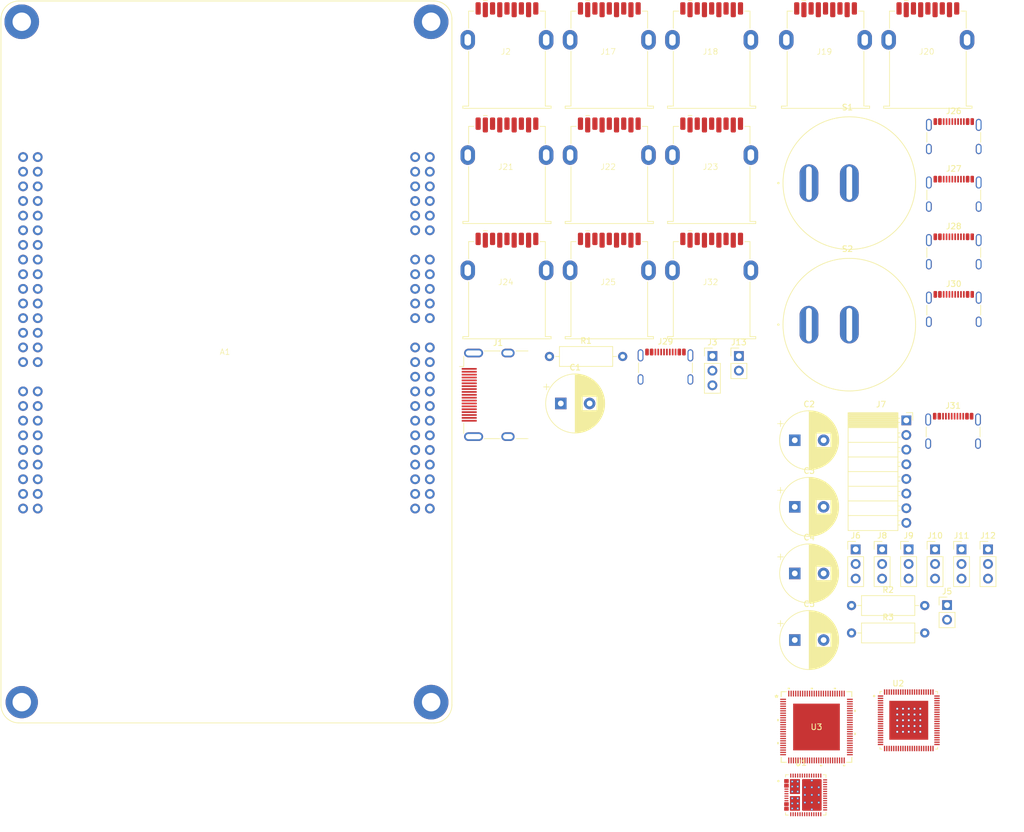
<source format=kicad_pcb>
(kicad_pcb (version 20241229) (generator "pcbnew") (generator_version "9.0")
  (layers (0 "F.Cu" signal) (2 "B.Cu" signal) (13 "F.Paste" user) (15 "B.Paste" user) (5 "F.SilkS" user "F.Silkscreen") (7 "B.SilkS" user "B.Silkscreen") (1 "F.Mask" user) (3 "B.Mask" user) (25 "Edge.Cuts" user))
  (net 0 "")
  (net 105 "Net-(U1-DRAIN1-Pad15)")
  (net 106 "Net-(U1-DRAIN2-Pad52)")
  (net 241 "Net-(J26-GND-PadA1)")
  (net 242 "Net-(J26-VBUS-PadA4)")
  (net 251 "Net-(J27-GND-PadA1)")
  (net 254 "Net-(J27-VBUS-PadA4)")
  (net 262 "Net-(J28-VBUS-PadA4)")
  (net 267 "Net-(J28-GND-PadA1)")
  (net 274 "Net-(J29-GND-PadA1)")
  (net 276 "Net-(J29-VBUS-PadA4)")
  (net 284 "Net-(J30-GND-PadA1)")
  (net 286 "Net-(J30-VBUS-PadA4)")
  (net 298 "Net-(J31-GND-PadA1)")
  (net 300 "Net-(J31-VBUS-PadA4)")
  (net 377 "Net-(U1-GND-Pad20)")
  (net 394 "Net-(U2-AGND-Pad22)")
  (net 395 "Net-(U2-AVDD-Pad23)")
  (net 399 "Net-(U2-VDDMS-Pad60)")
  (net 401 "Net-(U2-GNDMS-Pad11)")
  (net 414 "Net-(U2-DVDD-Pad10)")
  (net 418 "Net-(U2-VDDH-Pad30)")
  (net 428 "Net-(U2-GNDMQ-Pad52)")
  (net 439 "Net-(U2-VSSH-Pad33)")
  (net 441 "Net-(U2-VDDMQ-Pad53)")
  (footprint "Capacitor_THT:CP_Radial_D10.0mm_P5.00mm" (layer "F.Cu") (at 193.223646 96.3678)
    (property "Reference" "C2" (at 2.5 -6.25 0) (layer "F.SilkS"))
    (property "Value" "C_Polarized")
    (pad "1" thru_hole rect (at 0 0) (size 2 2) (drill 1) (layers "*.Cu" "*.Mask"))
    (pad "2" thru_hole circle (at 5 0) (size 2 2) (drill 1) (layers "*.Cu" "*.Mask"))
  )
  (footprint "692122030100:692122030100" (layer "F.Cu") (at 178.609 49.4578)
    (property "Reference" "J23" (at 0 -0.5 0) (layer "F.SilkS") (effects (font (thickness 0.1))))
    (property "Value" "USB3_A")
    (pad "" np_thru_hole circle (at -3.2 -2.55) (size 2 2) (drill 2) (layers "*.Cu" "*.Mask"))
    (pad "" np_thru_hole circle (at 3.6 -2.55) (size 2 2) (drill 2) (layers "*.Cu" "*.Mask"))
    (pad "1" smd roundrect (at -3.55 -7.77) (size 0.9 2.6) (layers "F.Cu" "F.Mask" "F.Paste"))
    (pad "2" smd roundrect (at -1.05 -7.77) (size 0.9 2.6) (layers "F.Cu" "F.Mask" "F.Paste"))
    (pad "3" smd roundrect (at 1.45 -7.77) (size 0.9 2.6) (layers "F.Cu" "F.Mask" "F.Paste"))
    (pad "4" smd roundrect (at 3.95 -7.77) (size 0.9 2.6) (layers "F.Cu" "F.Mask" "F.Paste"))
    (pad "5" smd roundrect (at 5.2 -7.995) (size 0.9 2.15) (layers "F.Cu" "F.Mask" "F.Paste"))
    (pad "6" smd roundrect (at 2.7 -7.995) (size 0.9 2.15) (layers "F.Cu" "F.Mask" "F.Paste"))
    (pad "7" smd roundrect (at 0.2 -7.995) (size 0.9 2.15) (layers "F.Cu" "F.Mask" "F.Paste"))
    (pad "8" smd roundrect (at -2.3 -7.995) (size 0.9 2.15) (layers "F.Cu" "F.Mask" "F.Paste"))
    (pad "9" smd roundrect (at -4.8 -7.995) (size 0.9 2.15) (layers "F.Cu" "F.Mask" "F.Paste"))
    (pad "10" thru_hole oval (at -6.6 -2.55) (size 2.52 3.4) (drill oval 1.12 2) (property pad_prop_heatsink) (layers "*.Cu" "*.Mask"))
    (pad "10" thru_hole oval (at 7 -2.55) (size 2.52 3.4) (drill oval 1.12 2) (property pad_prop_heatsink) (layers "*.Cu" "*.Mask"))
  )
  (footprint "692122030100:692122030100" (layer "F.Cu") (at 143.109 29.4728)
    (property "Reference" "J2" (at 0 -0.5 0) (layer "F.SilkS") (effects (font (thickness 0.1))))
    (property "Value" "USB3_A")
    (pad "" np_thru_hole circle (at -3.2 -2.55) (size 2 2) (drill 2) (layers "*.Cu" "*.Mask"))
    (pad "" np_thru_hole circle (at 3.6 -2.55) (size 2 2) (drill 2) (layers "*.Cu" "*.Mask"))
    (pad "1" smd roundrect (at -3.55 -7.77) (size 0.9 2.6) (layers "F.Cu" "F.Mask" "F.Paste"))
    (pad "2" smd roundrect (at -1.05 -7.77) (size 0.9 2.6) (layers "F.Cu" "F.Mask" "F.Paste"))
    (pad "3" smd roundrect (at 1.45 -7.77) (size 0.9 2.6) (layers "F.Cu" "F.Mask" "F.Paste"))
    (pad "4" smd roundrect (at 3.95 -7.77) (size 0.9 2.6) (layers "F.Cu" "F.Mask" "F.Paste"))
    (pad "5" smd roundrect (at 5.2 -7.995) (size 0.9 2.15) (layers "F.Cu" "F.Mask" "F.Paste"))
    (pad "6" smd roundrect (at 2.7 -7.995) (size 0.9 2.15) (layers "F.Cu" "F.Mask" "F.Paste"))
    (pad "7" smd roundrect (at 0.2 -7.995) (size 0.9 2.15) (layers "F.Cu" "F.Mask" "F.Paste"))
    (pad "8" smd roundrect (at -2.3 -7.995) (size 0.9 2.15) (layers "F.Cu" "F.Mask" "F.Paste"))
    (pad "9" smd roundrect (at -4.8 -7.995) (size 0.9 2.15) (layers "F.Cu" "F.Mask" "F.Paste"))
    (pad "10" thru_hole oval (at -6.6 -2.55) (size 2.52 3.4) (drill oval 1.12 2) (property pad_prop_heatsink) (layers "*.Cu" "*.Mask"))
    (pad "10" thru_hole oval (at 7 -2.55) (size 2.52 3.4) (drill oval 1.12 2) (property pad_prop_heatsink) (layers "*.Cu" "*.Mask"))
  )
  (footprint "RR511D1121:E-SWITCH_RR511D1121" (layer "F.Cu") (at 202.684 51.7678)
    (property "Reference" "S1" (at -0.325 -13.135 0) (layer "F.SilkS"))
    (property "Value" "RR511D1121")
    (pad "1" thru_hole oval (at -7 0) (size 3.26 6.52) (drill oval 0.98 5.78) (layers "*.Cu" "*.Mask"))
    (pad "2" thru_hole oval (at 0 0) (size 3.26 6.52) (drill oval 0.98 5.78) (layers "*.Cu" "*.Mask"))
  )
  (footprint "692122030100:692122030100" (layer "F.Cu") (at 160.859 49.4578)
    (property "Reference" "J22" (at 0 -0.5 0) (layer "F.SilkS") (effects (font (thickness 0.1))))
    (property "Value" "USB3_A")
    (pad "" np_thru_hole circle (at -3.2 -2.55) (size 2 2) (drill 2) (layers "*.Cu" "*.Mask"))
    (pad "" np_thru_hole circle (at 3.6 -2.55) (size 2 2) (drill 2) (layers "*.Cu" "*.Mask"))
    (pad "1" smd roundrect (at -3.55 -7.77) (size 0.9 2.6) (layers "F.Cu" "F.Mask" "F.Paste"))
    (pad "2" smd roundrect (at -1.05 -7.77) (size 0.9 2.6) (layers "F.Cu" "F.Mask" "F.Paste"))
    (pad "3" smd roundrect (at 1.45 -7.77) (size 0.9 2.6) (layers "F.Cu" "F.Mask" "F.Paste"))
    (pad "4" smd roundrect (at 3.95 -7.77) (size 0.9 2.6) (layers "F.Cu" "F.Mask" "F.Paste"))
    (pad "5" smd roundrect (at 5.2 -7.995) (size 0.9 2.15) (layers "F.Cu" "F.Mask" "F.Paste"))
    (pad "6" smd roundrect (at 2.7 -7.995) (size 0.9 2.15) (layers "F.Cu" "F.Mask" "F.Paste"))
    (pad "7" smd roundrect (at 0.2 -7.995) (size 0.9 2.15) (layers "F.Cu" "F.Mask" "F.Paste"))
    (pad "8" smd roundrect (at -2.3 -7.995) (size 0.9 2.15) (layers "F.Cu" "F.Mask" "F.Paste"))
    (pad "9" smd roundrect (at -4.8 -7.995) (size 0.9 2.15) (layers "F.Cu" "F.Mask" "F.Paste"))
    (pad "10" thru_hole oval (at -6.6 -2.55) (size 2.52 3.4) (drill oval 1.12 2) (property pad_prop_heatsink) (layers "*.Cu" "*.Mask"))
    (pad "10" thru_hole oval (at 7 -2.55) (size 2.52 3.4) (drill oval 1.12 2) (property pad_prop_heatsink) (layers "*.Cu" "*.Mask"))
  )
  (footprint "Connector_PinHeader_2.54mm:PinHeader_1x03_P2.54mm_Vertical" (layer "F.Cu") (at 212.969 115.2878)
    (property "Reference" "J9" (at 0 -2.38 0) (layer "F.SilkS"))
    (property "Value" "Conn_01x03_Pin")
    (pad "1" thru_hole rect (at 0 0) (size 1.7 1.7) (drill 1) (layers "*.Cu" "*.Mask"))
    (pad "2" thru_hole circle (at 0 2.54) (size 1.7 1.7) (drill 1) (layers "*.Cu" "*.Mask"))
    (pad "3" thru_hole circle (at 0 5.08) (size 1.7 1.7) (drill 1) (layers "*.Cu" "*.Mask"))
  )
  (footprint "Connector_PinSocket_2.54mm:PinSocket_1x08_P2.54mm_Horizontal" (layer "F.Cu") (at 212.569 92.9178)
    (property "Reference" "J7" (at -4.38 -2.77 0) (layer "F.SilkS"))
    (property "Value" "Conn_01x08_Socket")
    (pad "1" thru_hole rect (at 0 0) (size 1.7 1.7) (drill 1) (layers "*.Cu" "*.Mask"))
    (pad "2" thru_hole circle (at 0 2.54) (size 1.7 1.7) (drill 1) (layers "*.Cu" "*.Mask"))
    (pad "3" thru_hole circle (at 0 5.08) (size 1.7 1.7) (drill 1) (layers "*.Cu" "*.Mask"))
    (pad "4" thru_hole circle (at 0 7.62) (size 1.7 1.7) (drill 1) (layers "*.Cu" "*.Mask"))
    (pad "5" thru_hole circle (at 0 10.16) (size 1.7 1.7) (drill 1) (layers "*.Cu" "*.Mask"))
    (pad "6" thru_hole circle (at 0 12.7) (size 1.7 1.7) (drill 1) (layers "*.Cu" "*.Mask"))
    (pad "7" thru_hole circle (at 0 15.24) (size 1.7 1.7) (drill 1) (layers "*.Cu" "*.Mask"))
    (pad "8" thru_hole circle (at 0 17.78) (size 1.7 1.7) (drill 1) (layers "*.Cu" "*.Mask"))
  )
  (footprint "Connector_PinHeader_2.54mm:PinHeader_1x02_P2.54mm_Vertical" (layer "F.Cu") (at 183.529 81.7578)
    (property "Reference" "J13" (at 0 -2.38 0) (layer "F.SilkS"))
    (property "Value" "Conn_01x02_Pin")
    (pad "1" thru_hole rect (at 0 0) (size 1.7 1.7) (drill 1) (layers "*.Cu" "*.Mask"))
    (pad "2" thru_hole circle (at 0 2.54) (size 1.7 1.7) (drill 1) (layers "*.Cu" "*.Mask"))
  )
  (footprint "Connector_USB:USB_C_Receptacle_GCT_USB4105-xx-A_16P_TopMnt_Horizontal" (layer "F.Cu") (at 220.689 95.8778)
    (property "Reference" "J31" (at 0 -5.5 0) (layer "F.SilkS"))
    (property "Value" "USB_C_Receptacle_USB2.0_16P")
    (pad "" np_thru_hole circle (at -2.89 -2.605) (size 0.65 0.65) (drill 0.65) (layers "*.Cu" "*.Mask"))
    (pad "" np_thru_hole circle (at 2.89 -2.605) (size 0.65 0.65) (drill 0.65) (layers "*.Cu" "*.Mask"))
    (pad "A1" smd roundrect (at -3.2 -3.68) (size 0.6 1.15) (layers "F.Cu" "F.Mask" "F.Paste") (net 298 "Net-(J31-GND-PadA1)"))
    (pad "A4" smd roundrect (at -2.4 -3.68) (size 0.6 1.15) (layers "F.Cu" "F.Mask" "F.Paste") (net 300 "Net-(J31-VBUS-PadA4)"))
    (pad "A5" smd roundrect (at -1.25 -3.68) (size 0.3 1.15) (layers "F.Cu" "F.Mask" "F.Paste"))
    (pad "A6" smd roundrect (at -0.25 -3.68) (size 0.3 1.15) (layers "F.Cu" "F.Mask" "F.Paste"))
    (pad "A7" smd roundrect (at 0.25 -3.68) (size 0.3 1.15) (layers "F.Cu" "F.Mask" "F.Paste"))
    (pad "A8" smd roundrect (at 1.25 -3.68) (size 0.3 1.15) (layers "F.Cu" "F.Mask" "F.Paste"))
    (pad "A9" smd roundrect (at 2.4 -3.68) (size 0.6 1.15) (layers "F.Cu" "F.Mask" "F.Paste") (net 300 "Net-(J31-VBUS-PadA4)"))
    (pad "A12" smd roundrect (at 3.2 -3.68) (size 0.6 1.15) (layers "F.Cu" "F.Mask" "F.Paste") (net 298 "Net-(J31-GND-PadA1)"))
    (pad "B1" smd roundrect (at 3.2 -3.68) (size 0.6 1.15) (layers "F.Cu" "F.Mask" "F.Paste") (net 298 "Net-(J31-GND-PadA1)"))
    (pad "B4" smd roundrect (at 2.4 -3.68) (size 0.6 1.15) (layers "F.Cu" "F.Mask" "F.Paste") (net 300 "Net-(J31-VBUS-PadA4)"))
    (pad "B5" smd roundrect (at 1.75 -3.68) (size 0.3 1.15) (layers "F.Cu" "F.Mask" "F.Paste"))
    (pad "B6" smd roundrect (at 0.75 -3.68) (size 0.3 1.15) (layers "F.Cu" "F.Mask" "F.Paste"))
    (pad "B7" smd roundrect (at -0.75 -3.68) (size 0.3 1.15) (layers "F.Cu" "F.Mask" "F.Paste"))
    (pad "B8" smd roundrect (at -1.75 -3.68) (size 0.3 1.15) (layers "F.Cu" "F.Mask" "F.Paste"))
    (pad "B9" smd roundrect (at -2.4 -3.68) (size 0.6 1.15) (layers "F.Cu" "F.Mask" "F.Paste") (net 300 "Net-(J31-VBUS-PadA4)"))
    (pad "B12" smd roundrect (at -3.2 -3.68) (size 0.6 1.15) (layers "F.Cu" "F.Mask" "F.Paste") (net 298 "Net-(J31-GND-PadA1)"))
    (pad "S1" thru_hole oval (at -4.32 -3.105) (size 1 2.1) (drill oval 0.6 1.7) (property pad_prop_heatsink) (layers "*.Cu" "*.Mask" "F.Paste"))
    (pad "S1" thru_hole oval (at -4.32 1.075) (size 1 1.8) (drill oval 0.6 1.4) (property pad_prop_heatsink) (layers "*.Cu" "*.Mask" "F.Paste"))
    (pad "S1" thru_hole oval (at 4.32 -3.105) (size 1 2.1) (drill oval 0.6 1.7) (property pad_prop_heatsink) (layers "*.Cu" "*.Mask" "F.Paste"))
    (pad "S1" thru_hole oval (at 4.32 1.075) (size 1 1.8) (drill oval 0.6 1.4) (property pad_prop_heatsink) (layers "*.Cu" "*.Mask" "F.Paste"))
  )
  (footprint "692122030100:692122030100" (layer "F.Cu") (at 143.109 49.4578)
    (property "Reference" "J21" (at 0 -0.5 0) (layer "F.SilkS") (effects (font (thickness 0.1))))
    (property "Value" "USB3_A")
    (pad "" np_thru_hole circle (at -3.2 -2.55) (size 2 2) (drill 2) (layers "*.Cu" "*.Mask"))
    (pad "" np_thru_hole circle (at 3.6 -2.55) (size 2 2) (drill 2) (layers "*.Cu" "*.Mask"))
    (pad "1" smd roundrect (at -3.55 -7.77) (size 0.9 2.6) (layers "F.Cu" "F.Mask" "F.Paste"))
    (pad "2" smd roundrect (at -1.05 -7.77) (size 0.9 2.6) (layers "F.Cu" "F.Mask" "F.Paste"))
    (pad "3" smd roundrect (at 1.45 -7.77) (size 0.9 2.6) (layers "F.Cu" "F.Mask" "F.Paste"))
    (pad "4" smd roundrect (at 3.95 -7.77) (size 0.9 2.6) (layers "F.Cu" "F.Mask" "F.Paste"))
    (pad "5" smd roundrect (at 5.2 -7.995) (size 0.9 2.15) (layers "F.Cu" "F.Mask" "F.Paste"))
    (pad "6" smd roundrect (at 2.7 -7.995) (size 0.9 2.15) (layers "F.Cu" "F.Mask" "F.Paste"))
    (pad "7" smd roundrect (at 0.2 -7.995) (size 0.9 2.15) (layers "F.Cu" "F.Mask" "F.Paste"))
    (pad "8" smd roundrect (at -2.3 -7.995) (size 0.9 2.15) (layers "F.Cu" "F.Mask" "F.Paste"))
    (pad "9" smd roundrect (at -4.8 -7.995) (size 0.9 2.15) (layers "F.Cu" "F.Mask" "F.Paste"))
    (pad "10" thru_hole oval (at -6.6 -2.55) (size 2.52 3.4) (drill oval 1.12 2) (property pad_prop_heatsink) (layers "*.Cu" "*.Mask"))
    (pad "10" thru_hole oval (at 7 -2.55) (size 2.52 3.4) (drill oval 1.12 2) (property pad_prop_heatsink) (layers "*.Cu" "*.Mask"))
  )
  (footprint "Capacitor_THT:CP_Radial_D10.0mm_P5.00mm" (layer "F.Cu") (at 193.223646 131.0178)
    (property "Reference" "C5" (at 2.5 -6.25 0) (layer "F.SilkS"))
    (property "Value" "C_Polarized")
    (pad "1" thru_hole rect (at 0 0) (size 2 2) (drill 1) (layers "*.Cu" "*.Mask"))
    (pad "2" thru_hole circle (at 5 0) (size 2 2) (drill 1) (layers "*.Cu" "*.Mask"))
  )
  (footprint "692122030100:692122030100" (layer "F.Cu") (at 160.859 29.4728)
    (property "Reference" "J17" (at 0 -0.5 0) (layer "F.SilkS") (effects (font (thickness 0.1))))
    (property "Value" "USB3_A")
    (pad "" np_thru_hole circle (at -3.2 -2.55) (size 2 2) (drill 2) (layers "*.Cu" "*.Mask"))
    (pad "" np_thru_hole circle (at 3.6 -2.55) (size 2 2) (drill 2) (layers "*.Cu" "*.Mask"))
    (pad "1" smd roundrect (at -3.55 -7.77) (size 0.9 2.6) (layers "F.Cu" "F.Mask" "F.Paste"))
    (pad "2" smd roundrect (at -1.05 -7.77) (size 0.9 2.6) (layers "F.Cu" "F.Mask" "F.Paste"))
    (pad "3" smd roundrect (at 1.45 -7.77) (size 0.9 2.6) (layers "F.Cu" "F.Mask" "F.Paste"))
    (pad "4" smd roundrect (at 3.95 -7.77) (size 0.9 2.6) (layers "F.Cu" "F.Mask" "F.Paste"))
    (pad "5" smd roundrect (at 5.2 -7.995) (size 0.9 2.15) (layers "F.Cu" "F.Mask" "F.Paste"))
    (pad "6" smd roundrect (at 2.7 -7.995) (size 0.9 2.15) (layers "F.Cu" "F.Mask" "F.Paste"))
    (pad "7" smd roundrect (at 0.2 -7.995) (size 0.9 2.15) (layers "F.Cu" "F.Mask" "F.Paste"))
    (pad "8" smd roundrect (at -2.3 -7.995) (size 0.9 2.15) (layers "F.Cu" "F.Mask" "F.Paste"))
    (pad "9" smd roundrect (at -4.8 -7.995) (size 0.9 2.15) (layers "F.Cu" "F.Mask" "F.Paste"))
    (pad "10" thru_hole oval (at -6.6 -2.55) (size 2.52 3.4) (drill oval 1.12 2) (property pad_prop_heatsink) (layers "*.Cu" "*.Mask"))
    (pad "10" thru_hole oval (at 7 -2.55) (size 2.52 3.4) (drill oval 1.12 2) (property pad_prop_heatsink) (layers "*.Cu" "*.Mask"))
  )
  (footprint "Connector_PinHeader_2.54mm:PinHeader_1x03_P2.54mm_Vertical" (layer "F.Cu") (at 203.789 115.2878)
    (property "Reference" "J6" (at 0 -2.38 0) (layer "F.SilkS"))
    (property "Value" "Conn_01x03_Pin")
    (pad "1" thru_hole rect (at 0 0) (size 1.7 1.7) (drill 1) (layers "*.Cu" "*.Mask"))
    (pad "2" thru_hole circle (at 0 2.54) (size 1.7 1.7) (drill 1) (layers "*.Cu" "*.Mask"))
    (pad "3" thru_hole circle (at 0 5.08) (size 1.7 1.7) (drill 1) (layers "*.Cu" "*.Mask"))
  )
  (footprint "Connector_PinHeader_2.54mm:PinHeader_1x03_P2.54mm_Vertical" (layer "F.Cu") (at 226.739 115.2878)
    (property "Reference" "J12" (at 0 -2.38 0) (layer "F.SilkS"))
    (property "Value" "Conn_01x03_Pin")
    (pad "1" thru_hole rect (at 0 0) (size 1.7 1.7) (drill 1) (layers "*.Cu" "*.Mask"))
    (pad "2" thru_hole circle (at 0 2.54) (size 1.7 1.7) (drill 1) (layers "*.Cu" "*.Mask"))
    (pad "3" thru_hole circle (at 0 5.08) (size 1.7 1.7) (drill 1) (layers "*.Cu" "*.Mask"))
  )
  (footprint "Capacitor_THT:CP_Radial_D10.0mm_P5.00mm" (layer "F.Cu") (at 152.643646 89.9878)
    (property "Reference" "C1" (at 2.5 -6.25 0) (layer "F.SilkS"))
    (property "Value" "C_Polarized")
    (pad "1" thru_hole rect (at 0 0) (size 2 2) (drill 1) (layers "*.Cu" "*.Mask"))
    (pad "2" thru_hole circle (at 5 0) (size 2 2) (drill 1) (layers "*.Cu" "*.Mask"))
  )
  (footprint "RR511D1121:E-SWITCH_RR511D1121" (layer "F.Cu") (at 202.684 76.3178)
    (property "Reference" "S2" (at -0.325 -13.135 0) (layer "F.SilkS"))
    (property "Value" "RR511D1121")
    (pad "1" thru_hole oval (at -7 0) (size 3.26 6.52) (drill oval 0.98 5.78) (layers "*.Cu" "*.Mask"))
    (pad "2" thru_hole oval (at 0 0) (size 3.26 6.52) (drill oval 0.98 5.78) (layers "*.Cu" "*.Mask"))
  )
  (footprint "Connector_USB:USB_C_Receptacle_GCT_USB4105-xx-A_16P_TopMnt_Horizontal" (layer "F.Cu") (at 220.799 64.7578)
    (property "Reference" "J28" (at 0 -5.5 0) (layer "F.SilkS"))
    (property "Value" "USB_C_Receptacle_USB2.0_16P")
    (pad "" np_thru_hole circle (at -2.89 -2.605) (size 0.65 0.65) (drill 0.65) (layers "*.Cu" "*.Mask"))
    (pad "" np_thru_hole circle (at 2.89 -2.605) (size 0.65 0.65) (drill 0.65) (layers "*.Cu" "*.Mask"))
    (pad "A1" smd roundrect (at -3.2 -3.68) (size 0.6 1.15) (layers "F.Cu" "F.Mask" "F.Paste") (net 267 "Net-(J28-GND-PadA1)"))
    (pad "A4" smd roundrect (at -2.4 -3.68) (size 0.6 1.15) (layers "F.Cu" "F.Mask" "F.Paste") (net 262 "Net-(J28-VBUS-PadA4)"))
    (pad "A5" smd roundrect (at -1.25 -3.68) (size 0.3 1.15) (layers "F.Cu" "F.Mask" "F.Paste"))
    (pad "A6" smd roundrect (at -0.25 -3.68) (size 0.3 1.15) (layers "F.Cu" "F.Mask" "F.Paste"))
    (pad "A7" smd roundrect (at 0.25 -3.68) (size 0.3 1.15) (layers "F.Cu" "F.Mask" "F.Paste"))
    (pad "A8" smd roundrect (at 1.25 -3.68) (size 0.3 1.15) (layers "F.Cu" "F.Mask" "F.Paste"))
    (pad "A9" smd roundrect (at 2.4 -3.68) (size 0.6 1.15) (layers "F.Cu" "F.Mask" "F.Paste") (net 262 "Net-(J28-VBUS-PadA4)"))
    (pad "A12" smd roundrect (at 3.2 -3.68) (size 0.6 1.15) (layers "F.Cu" "F.Mask" "F.Paste") (net 267 "Net-(J28-GND-PadA1)"))
    (pad "B1" smd roundrect (at 3.2 -3.68) (size 0.6 1.15) (layers "F.Cu" "F.Mask" "F.Paste") (net 267 "Net-(J28-GND-PadA1)"))
    (pad "B4" smd roundrect (at 2.4 -3.68) (size 0.6 1.15) (layers "F.Cu" "F.Mask" "F.Paste") (net 262 "Net-(J28-VBUS-PadA4)"))
    (pad "B5" smd roundrect (at 1.75 -3.68) (size 0.3 1.15) (layers "F.Cu" "F.Mask" "F.Paste"))
    (pad "B6" smd roundrect (at 0.75 -3.68) (size 0.3 1.15) (layers "F.Cu" "F.Mask" "F.Paste"))
    (pad "B7" smd roundrect (at -0.75 -3.68) (size 0.3 1.15) (layers "F.Cu" "F.Mask" "F.Paste"))
    (pad "B8" smd roundrect (at -1.75 -3.68) (size 0.3 1.15) (layers "F.Cu" "F.Mask" "F.Paste"))
    (pad "B9" smd roundrect (at -2.4 -3.68) (size 0.6 1.15) (layers "F.Cu" "F.Mask" "F.Paste") (net 262 "Net-(J28-VBUS-PadA4)"))
    (pad "B12" smd roundrect (at -3.2 -3.68) (size 0.6 1.15) (layers "F.Cu" "F.Mask" "F.Paste") (net 267 "Net-(J28-GND-PadA1)"))
    (pad "S1" thru_hole oval (at -4.32 -3.105) (size 1 2.1) (drill oval 0.6 1.7) (property pad_prop_heatsink) (layers "*.Cu" "*.Mask" "F.Paste"))
    (pad "S1" thru_hole oval (at -4.32 1.075) (size 1 1.8) (drill oval 0.6 1.4) (property pad_prop_heatsink) (layers "*.Cu" "*.Mask" "F.Paste"))
    (pad "S1" thru_hole oval (at 4.32 -3.105) (size 1 2.1) (drill oval 0.6 1.7) (property pad_prop_heatsink) (layers "*.Cu" "*.Mask" "F.Paste"))
    (pad "S1" thru_hole oval (at 4.32 1.075) (size 1 1.8) (drill oval 0.6 1.4) (property pad_prop_heatsink) (layers "*.Cu" "*.Mask" "F.Paste"))
  )
  (footprint "Connector_PinHeader_2.54mm:PinHeader_1x03_P2.54mm_Vertical" (layer "F.Cu") (at 222.149 115.2878)
    (property "Reference" "J11" (at 0 -2.38 0) (layer "F.SilkS"))
    (property "Value" "Conn_01x03_Pin")
    (pad "1" thru_hole rect (at 0 0) (size 1.7 1.7) (drill 1) (layers "*.Cu" "*.Mask"))
    (pad "2" thru_hole circle (at 0 2.54) (size 1.7 1.7) (drill 1) (layers "*.Cu" "*.Mask"))
    (pad "3" thru_hole circle (at 0 5.08) (size 1.7 1.7) (drill 1) (layers "*.Cu" "*.Mask"))
  )
  (footprint "Resistor_THT:R_Axial_DIN0309_L9.0mm_D3.2mm_P12.70mm_Horizontal" (layer "F.Cu") (at 150.679 81.8378)
    (property "Reference" "R1" (at 6.35 -2.72 0) (layer "F.SilkS"))
    (property "Value" "R")
    (pad "1" thru_hole circle (at 0 0) (size 1.6 1.6) (drill 0.8) (layers "*.Cu" "*.Mask"))
    (pad "2" thru_hole oval (at 12.7 0) (size 1.6 1.6) (drill 0.8) (layers "*.Cu" "*.Mask"))
  )
  (footprint "692122030100:692122030100" (layer "F.Cu") (at 178.609 29.4728)
    (property "Reference" "J18" (at 0 -0.5 0) (layer "F.SilkS") (effects (font (thickness 0.1))))
    (property "Value" "USB3_A")
    (pad "" np_thru_hole circle (at -3.2 -2.55) (size 2 2) (drill 2) (layers "*.Cu" "*.Mask"))
    (pad "" np_thru_hole circle (at 3.6 -2.55) (size 2 2) (drill 2) (layers "*.Cu" "*.Mask"))
    (pad "1" smd roundrect (at -3.55 -7.77) (size 0.9 2.6) (layers "F.Cu" "F.Mask" "F.Paste"))
    (pad "2" smd roundrect (at -1.05 -7.77) (size 0.9 2.6) (layers "F.Cu" "F.Mask" "F.Paste"))
    (pad "3" smd roundrect (at 1.45 -7.77) (size 0.9 2.6) (layers "F.Cu" "F.Mask" "F.Paste"))
    (pad "4" smd roundrect (at 3.95 -7.77) (size 0.9 2.6) (layers "F.Cu" "F.Mask" "F.Paste"))
    (pad "5" smd roundrect (at 5.2 -7.995) (size 0.9 2.15) (layers "F.Cu" "F.Mask" "F.Paste"))
    (pad "6" smd roundrect (at 2.7 -7.995) (size 0.9 2.15) (layers "F.Cu" "F.Mask" "F.Paste"))
    (pad "7" smd roundrect (at 0.2 -7.995) (size 0.9 2.15) (layers "F.Cu" "F.Mask" "F.Paste"))
    (pad "8" smd roundrect (at -2.3 -7.995) (size 0.9 2.15) (layers "F.Cu" "F.Mask" "F.Paste"))
    (pad "9" smd roundrect (at -4.8 -7.995) (size 0.9 2.15) (layers "F.Cu" "F.Mask" "F.Paste"))
    (pad "10" thru_hole oval (at -6.6 -2.55) (size 2.52 3.4) (drill oval 1.12 2) (property pad_prop_heatsink) (layers "*.Cu" "*.Mask"))
    (pad "10" thru_hole oval (at 7 -2.55) (size 2.52 3.4) (drill oval 1.12 2) (property pad_prop_heatsink) (layers "*.Cu" "*.Mask"))
  )
  (footprint "Connector_Video:HDMI_A_Molex_208658-1001_Horizontal" (layer "F.Cu") (at 140.049 88.4878)
    (property "Reference" "J1" (at 1.715 -9 0) (layer "F.SilkS"))
    (property "Value" "HDMI_A")
    (pad "1" smd rect (at -3.285 -4.5) (size 2.6 0.3) (layers "F.Cu" "F.Mask" "F.Paste"))
    (pad "2" smd rect (at -3.285 -4) (size 2.6 0.3) (layers "F.Cu" "F.Mask" "F.Paste"))
    (pad "3" smd rect (at -3.285 -3.5) (size 2.6 0.3) (layers "F.Cu" "F.Mask" "F.Paste"))
    (pad "4" smd rect (at -3.285 -3) (size 2.6 0.3) (layers "F.Cu" "F.Mask" "F.Paste"))
    (pad "5" smd rect (at -3.285 -2.5) (size 2.6 0.3) (layers "F.Cu" "F.Mask" "F.Paste"))
    (pad "6" smd rect (at -3.285 -2) (size 2.6 0.3) (layers "F.Cu" "F.Mask" "F.Paste"))
    (pad "7" smd rect (at -3.285 -1.5) (size 2.6 0.3) (layers "F.Cu" "F.Mask" "F.Paste"))
    (pad "8" smd rect (at -3.285 -1) (size 2.6 0.3) (layers "F.Cu" "F.Mask" "F.Paste"))
    (pad "9" smd rect (at -3.285 -0.5) (size 2.6 0.3) (layers "F.Cu" "F.Mask" "F.Paste"))
    (pad "10" smd rect (at -3.285 0) (size 2.6 0.3) (layers "F.Cu" "F.Mask" "F.Paste"))
    (pad "11" smd rect (at -3.285 0.5) (size 2.6 0.3) (layers "F.Cu" "F.Mask" "F.Paste"))
    (pad "12" smd rect (at -3.285 1) (size 2.6 0.3) (layers "F.Cu" "F.Mask" "F.Paste"))
    (pad "13" smd rect (at -3.285 1.5) (size 2.6 0.3) (layers "F.Cu" "F.Mask" "F.Paste"))
    (pad "14" smd rect (at -3.285 2) (size 2.6 0.3) (layers "F.Cu" "F.Mask" "F.Paste"))
    (pad "15" smd rect (at -3.285 2.5) (size 2.6 0.3) (layers "F.Cu" "F.Mask" "F.Paste"))
    (pad "16" smd rect (at -3.285 3) (size 2.6 0.3) (layers "F.Cu" "F.Mask" "F.Paste"))
    (pad "17" smd rect (at -3.285 3.5) (size 2.6 0.3) (layers "F.Cu" "F.Mask" "F.Paste"))
    (pad "18" smd rect (at -3.285 4) (size 2.6 0.3) (layers "F.Cu" "F.Mask" "F.Paste"))
    (pad "19" smd rect (at -3.285 4.5) (size 2.6 0.3) (layers "F.Cu" "F.Mask" "F.Paste"))
    (pad "SH" thru_hole oval (at -2.525 -7.25) (size 3.3 1.5) (drill oval 2.7 0.9) (layers "*.Cu" "*.Mask"))
    (pad "SH" thru_hole oval (at -2.525 7.25) (size 3.3 1.5) (drill oval 2.7 0.9) (layers "*.Cu" "*.Mask"))
    (pad "SH" thru_hole oval (at 3.435 -7.25) (size 2.3 1.5) (drill oval 1.7 0.9) (layers "*.Cu" "*.Mask"))
    (pad "SH" thru_hole oval (at 3.435 7.25) (size 2.3 1.5) (drill oval 1.7 0.9) (layers "*.Cu" "*.Mask"))
  )
  (footprint "Capacitor_THT:CP_Radial_D10.0mm_P5.00mm" (layer "F.Cu") (at 193.223646 107.9178)
    (property "Reference" "C3" (at 2.5 -6.25 0) (layer "F.SilkS"))
    (property "Value" "C_Polarized")
    (pad "1" thru_hole rect (at 0 0) (size 2 2) (drill 1) (layers "*.Cu" "*.Mask"))
    (pad "2" thru_hole circle (at 5 0) (size 2 2) (drill 1) (layers "*.Cu" "*.Mask"))
  )
  (footprint "Connector_USB:USB_C_Receptacle_GCT_USB4105-xx-A_16P_TopMnt_Horizontal" (layer "F.Cu") (at 170.799 84.7478)
    (property "Reference" "J29" (at 0 -5.5 0) (layer "F.SilkS"))
    (property "Value" "USB_C_Receptacle_USB2.0_16P")
    (pad "" np_thru_hole circle (at -2.89 -2.605) (size 0.65 0.65) (drill 0.65) (layers "*.Cu" "*.Mask"))
    (pad "" np_thru_hole circle (at 2.89 -2.605) (size 0.65 0.65) (drill 0.65) (layers "*.Cu" "*.Mask"))
    (pad "A1" smd roundrect (at -3.2 -3.68) (size 0.6 1.15) (layers "F.Cu" "F.Mask" "F.Paste") (net 274 "Net-(J29-GND-PadA1)"))
    (pad "A4" smd roundrect (at -2.4 -3.68) (size 0.6 1.15) (layers "F.Cu" "F.Mask" "F.Paste") (net 276 "Net-(J29-VBUS-PadA4)"))
    (pad "A5" smd roundrect (at -1.25 -3.68) (size 0.3 1.15) (layers "F.Cu" "F.Mask" "F.Paste"))
    (pad "A6" smd roundrect (at -0.25 -3.68) (size 0.3 1.15) (layers "F.Cu" "F.Mask" "F.Paste"))
    (pad "A7" smd roundrect (at 0.25 -3.68) (size 0.3 1.15) (layers "F.Cu" "F.Mask" "F.Paste"))
    (pad "A8" smd roundrect (at 1.25 -3.68) (size 0.3 1.15) (layers "F.Cu" "F.Mask" "F.Paste"))
    (pad "A9" smd roundrect (at 2.4 -3.68) (size 0.6 1.15) (layers "F.Cu" "F.Mask" "F.Paste") (net 276 "Net-(J29-VBUS-PadA4)"))
    (pad "A12" smd roundrect (at 3.2 -3.68) (size 0.6 1.15) (layers "F.Cu" "F.Mask" "F.Paste") (net 274 "Net-(J29-GND-PadA1)"))
    (pad "B1" smd roundrect (at 3.2 -3.68) (size 0.6 1.15) (layers "F.Cu" "F.Mask" "F.Paste") (net 274 "Net-(J29-GND-PadA1)"))
    (pad "B4" smd roundrect (at 2.4 -3.68) (size 0.6 1.15) (layers "F.Cu" "F.Mask" "F.Paste") (net 276 "Net-(J29-VBUS-PadA4)"))
    (pad "B5" smd roundrect (at 1.75 -3.68) (size 0.3 1.15) (layers "F.Cu" "F.Mask" "F.Paste"))
    (pad "B6" smd roundrect (at 0.75 -3.68) (size 0.3 1.15) (layers "F.Cu" "F.Mask" "F.Paste"))
    (pad "B7" smd roundrect (at -0.75 -3.68) (size 0.3 1.15) (layers "F.Cu" "F.Mask" "F.Paste"))
    (pad "B8" smd roundrect (at -1.75 -3.68) (size 0.3 1.15) (layers "F.Cu" "F.Mask" "F.Paste"))
    (pad "B9" smd roundrect (at -2.4 -3.68) (size 0.6 1.15) (layers "F.Cu" "F.Mask" "F.Paste") (net 276 "Net-(J29-VBUS-PadA4)"))
    (pad "B12" smd roundrect (at -3.2 -3.68) (size 0.6 1.15) (layers "F.Cu" "F.Mask" "F.Paste") (net 274 "Net-(J29-GND-PadA1)"))
    (pad "S1" thru_hole oval (at -4.32 -3.105) (size 1 2.1) (drill oval 0.6 1.7) (property pad_prop_heatsink) (layers "*.Cu" "*.Mask" "F.Paste"))
    (pad "S1" thru_hole oval (at -4.32 1.075) (size 1 1.8) (drill oval 0.6 1.4) (property pad_prop_heatsink) (layers "*.Cu" "*.Mask" "F.Paste"))
    (pad "S1" thru_hole oval (at 4.32 -3.105) (size 1 2.1) (drill oval 0.6 1.7) (property pad_prop_heatsink) (layers "*.Cu" "*.Mask" "F.Paste"))
    (pad "S1" thru_hole oval (at 4.32 1.075) (size 1 1.8) (drill oval 0.6 1.4) (property pad_prop_heatsink) (layers "*.Cu" "*.Mask" "F.Paste"))
  )
  (footprint "692122030100:692122030100" (layer "F.Cu") (at 160.859 69.4428)
    (property "Reference" "J25" (at 0 -0.5 0) (layer "F.SilkS") (effects (font (thickness 0.1))))
    (property "Value" "USB3_A")
    (pad "" np_thru_hole circle (at -3.2 -2.55) (size 2 2) (drill 2) (layers "*.Cu" "*.Mask"))
    (pad "" np_thru_hole circle (at 3.6 -2.55) (size 2 2) (drill 2) (layers "*.Cu" "*.Mask"))
    (pad "1" smd roundrect (at -3.55 -7.77) (size 0.9 2.6) (layers "F.Cu" "F.Mask" "F.Paste"))
    (pad "2" smd roundrect (at -1.05 -7.77) (size 0.9 2.6) (layers "F.Cu" "F.Mask" "F.Paste"))
    (pad "3" smd roundrect (at 1.45 -7.77) (size 0.9 2.6) (layers "F.Cu" "F.Mask" "F.Paste"))
    (pad "4" smd roundrect (at 3.95 -7.77) (size 0.9 2.6) (layers "F.Cu" "F.Mask" "F.Paste"))
    (pad "5" smd roundrect (at 5.2 -7.995) (size 0.9 2.15) (layers "F.Cu" "F.Mask" "F.Paste"))
    (pad "6" smd roundrect (at 2.7 -7.995) (size 0.9 2.15) (layers "F.Cu" "F.Mask" "F.Paste"))
    (pad "7" smd roundrect (at 0.2 -7.995) (size 0.9 2.15) (layers "F.Cu" "F.Mask" "F.Paste"))
    (pad "8" smd roundrect (at -2.3 -7.995) (size 0.9 2.15) (layers "F.Cu" "F.Mask" "F.Paste"))
    (pad "9" smd roundrect (at -4.8 -7.995) (size 0.9 2.15) (layers "F.Cu" "F.Mask" "F.Paste"))
    (pad "10" thru_hole oval (at -6.6 -2.55) (size 2.52 3.4) (drill oval 1.12 2) (property pad_prop_heatsink) (layers "*.Cu" "*.Mask"))
    (pad "10" thru_hole oval (at 7 -2.55) (size 2.52 3.4) (drill oval 1.12 2) (property pad_prop_heatsink) (layers "*.Cu" "*.Mask"))
  )
  (footprint "Connector_USB:USB_C_Receptacle_GCT_USB4105-xx-A_16P_TopMnt_Horizontal" (layer "F.Cu") (at 220.799 74.7478)
    (property "Reference" "J30" (at 0 -5.5 0) (layer "F.SilkS"))
    (property "Value" "USB_C_Receptacle_USB2.0_16P")
    (pad "" np_thru_hole circle (at -2.89 -2.605) (size 0.65 0.65) (drill 0.65) (layers "*.Cu" "*.Mask"))
    (pad "" np_thru_hole circle (at 2.89 -2.605) (size 0.65 0.65) (drill 0.65) (layers "*.Cu" "*.Mask"))
    (pad "A1" smd roundrect (at -3.2 -3.68) (size 0.6 1.15) (layers "F.Cu" "F.Mask" "F.Paste") (net 284 "Net-(J30-GND-PadA1)"))
    (pad "A4" smd roundrect (at -2.4 -3.68) (size 0.6 1.15) (layers "F.Cu" "F.Mask" "F.Paste") (net 286 "Net-(J30-VBUS-PadA4)"))
    (pad "A5" smd roundrect (at -1.25 -3.68) (size 0.3 1.15) (layers "F.Cu" "F.Mask" "F.Paste"))
    (pad "A6" smd roundrect (at -0.25 -3.68) (size 0.3 1.15) (layers "F.Cu" "F.Mask" "F.Paste"))
    (pad "A7" smd roundrect (at 0.25 -3.68) (size 0.3 1.15) (layers "F.Cu" "F.Mask" "F.Paste"))
    (pad "A8" smd roundrect (at 1.25 -3.68) (size 0.3 1.15) (layers "F.Cu" "F.Mask" "F.Paste"))
    (pad "A9" smd roundrect (at 2.4 -3.68) (size 0.6 1.15) (layers "F.Cu" "F.Mask" "F.Paste") (net 286 "Net-(J30-VBUS-PadA4)"))
    (pad "A12" smd roundrect (at 3.2 -3.68) (size 0.6 1.15) (layers "F.Cu" "F.Mask" "F.Paste") (net 284 "Net-(J30-GND-PadA1)"))
    (pad "B1" smd roundrect (at 3.2 -3.68) (size 0.6 1.15) (layers "F.Cu" "F.Mask" "F.Paste") (net 284 "Net-(J30-GND-PadA1)"))
    (pad "B4" smd roundrect (at 2.4 -3.68) (size 0.6 1.15) (layers "F.Cu" "F.Mask" "F.Paste") (net 286 "Net-(J30-VBUS-PadA4)"))
    (pad "B5" smd roundrect (at 1.75 -3.68) (size 0.3 1.15) (layers "F.Cu" "F.Mask" "F.Paste"))
    (pad "B6" smd roundrect (at 0.75 -3.68) (size 0.3 1.15) (layers "F.Cu" "F.Mask" "F.Paste"))
    (pad "B7" smd roundrect (at -0.75 -3.68) (size 0.3 1.15) (layers "F.Cu" "F.Mask" "F.Paste"))
    (pad "B8" smd roundrect (at -1.75 -3.68) (size 0.3 1.15) (layers "F.Cu" "F.Mask" "F.Paste"))
    (pad "B9" smd roundrect (at -2.4 -3.68) (size 0.6 1.15) (layers "F.Cu" "F.Mask" "F.Paste") (net 286 "Net-(J30-VBUS-PadA4)"))
    (pad "B12" smd roundrect (at -3.2 -3.68) (size 0.6 1.15) (layers "F.Cu" "F.Mask" "F.Paste") (net 284 "Net-(J30-GND-PadA1)"))
    (pad "S1" thru_hole oval (at -4.32 -3.105) (size 1 2.1) (drill oval 0.6 1.7) (property pad_prop_heatsink) (layers "*.Cu" "*.Mask" "F.Paste"))
    (pad "S1" thru_hole oval (at -4.32 1.075) (size 1 1.8) (drill oval 0.6 1.4) (property pad_prop_heatsink) (layers "*.Cu" "*.Mask" "F.Paste"))
    (pad "S1" thru_hole oval (at 4.32 -3.105) (size 1 2.1) (drill oval 0.6 1.7) (property pad_prop_heatsink) (layers "*.Cu" "*.Mask" "F.Paste"))
    (pad "S1" thru_hole oval (at 4.32 1.075) (size 1 1.8) (drill oval 0.6 1.4) (property pad_prop_heatsink) (layers "*.Cu" "*.Mask" "F.Paste"))
  )
  (footprint "Resistor_THT:R_Axial_DIN0309_L9.0mm_D3.2mm_P12.70mm_Horizontal" (layer "F.Cu") (at 203.069 129.7878)
    (property "Reference" "R3" (at 6.35 -2.72 0) (layer "F.SilkS"))
    (property "Value" "R")
    (pad "1" thru_hole circle (at 0 0) (size 1.6 1.6) (drill 0.8) (layers "*.Cu" "*.Mask"))
    (pad "2" thru_hole oval (at 12.7 0) (size 1.6 1.6) (drill 0.8) (layers "*.Cu" "*.Mask"))
  )
  (footprint "692122030100:692122030100" (layer "F.Cu") (at 178.609 69.4428)
    (property "Reference" "J32" (at 0 -0.5 0) (layer "F.SilkS") (effects (font (thickness 0.1))))
    (property "Value" "USB3_A")
    (pad "" np_thru_hole circle (at -3.2 -2.55) (size 2 2) (drill 2) (layers "*.Cu" "*.Mask"))
    (pad "" np_thru_hole circle (at 3.6 -2.55) (size 2 2) (drill 2) (layers "*.Cu" "*.Mask"))
    (pad "1" smd roundrect (at -3.55 -7.77) (size 0.9 2.6) (layers "F.Cu" "F.Mask" "F.Paste"))
    (pad "2" smd roundrect (at -1.05 -7.77) (size 0.9 2.6) (layers "F.Cu" "F.Mask" "F.Paste"))
    (pad "3" smd roundrect (at 1.45 -7.77) (size 0.9 2.6) (layers "F.Cu" "F.Mask" "F.Paste"))
    (pad "4" smd roundrect (at 3.95 -7.77) (size 0.9 2.6) (layers "F.Cu" "F.Mask" "F.Paste"))
    (pad "5" smd roundrect (at 5.2 -7.995) (size 0.9 2.15) (layers "F.Cu" "F.Mask" "F.Paste"))
    (pad "6" smd roundrect (at 2.7 -7.995) (size 0.9 2.15) (layers "F.Cu" "F.Mask" "F.Paste"))
    (pad "7" smd roundrect (at 0.2 -7.995) (size 0.9 2.15) (layers "F.Cu" "F.Mask" "F.Paste"))
    (pad "8" smd roundrect (at -2.3 -7.995) (size 0.9 2.15) (layers "F.Cu" "F.Mask" "F.Paste"))
    (pad "9" smd roundrect (at -4.8 -7.995) (size 0.9 2.15) (layers "F.Cu" "F.Mask" "F.Paste"))
    (pad "10" thru_hole oval (at -6.6 -2.55) (size 2.52 3.4) (drill oval 1.12 2) (property pad_prop_heatsink) (layers "*.Cu" "*.Mask"))
    (pad "10" thru_hole oval (at 7 -2.55) (size 2.52 3.4) (drill oval 1.12 2) (property pad_prop_heatsink) (layers "*.Cu" "*.Mask"))
  )
  (footprint "Resistor_THT:R_Axial_DIN0309_L9.0mm_D3.2mm_P12.70mm_Horizontal" (layer "F.Cu") (at 203.069 125.0378)
    (property "Reference" "R2" (at 6.35 -2.72 0) (layer "F.SilkS"))
    (property "Value" "R")
    (pad "1" thru_hole circle (at 0 0) (size 1.6 1.6) (drill 0.8) (layers "*.Cu" "*.Mask"))
    (pad "2" thru_hole oval (at 12.7 0) (size 1.6 1.6) (drill 0.8) (layers "*.Cu" "*.Mask"))
  )
  (footprint "Capacitor_THT:CP_Radial_D10.0mm_P5.00mm" (layer "F.Cu") (at 193.223646 119.4678)
    (property "Reference" "C4" (at 2.5 -6.25 0) (layer "F.SilkS"))
    (property "Value" "C_Polarized")
    (pad "1" thru_hole rect (at 0 0) (size 2 2) (drill 1) (layers "*.Cu" "*.Mask"))
    (pad "2" thru_hole circle (at 5 0) (size 2 2) (drill 1) (layers "*.Cu" "*.Mask"))
  )
  (footprint "Connector_USB:USB_C_Receptacle_GCT_USB4105-xx-A_16P_TopMnt_Horizontal" (layer "F.Cu") (at 220.799 44.7778)
    (property "Reference" "J26" (at 0 -5.5 0) (layer "F.SilkS"))
    (property "Value" "USB_C_Receptacle_USB2.0_16P")
    (pad "" np_thru_hole circle (at -2.89 -2.605) (size 0.65 0.65) (drill 0.65) (layers "*.Cu" "*.Mask"))
    (pad "" np_thru_hole circle (at 2.89 -2.605) (size 0.65 0.65) (drill 0.65) (layers "*.Cu" "*.Mask"))
    (pad "A1" smd roundrect (at -3.2 -3.68) (size 0.6 1.15) (layers "F.Cu" "F.Mask" "F.Paste") (net 241 "Net-(J26-GND-PadA1)"))
    (pad "A4" smd roundrect (at -2.4 -3.68) (size 0.6 1.15) (layers "F.Cu" "F.Mask" "F.Paste") (net 242 "Net-(J26-VBUS-PadA4)"))
    (pad "A5" smd roundrect (at -1.25 -3.68) (size 0.3 1.15) (layers "F.Cu" "F.Mask" "F.Paste"))
    (pad "A6" smd roundrect (at -0.25 -3.68) (size 0.3 1.15) (layers "F.Cu" "F.Mask" "F.Paste"))
    (pad "A7" smd roundrect (at 0.25 -3.68) (size 0.3 1.15) (layers "F.Cu" "F.Mask" "F.Paste"))
    (pad "A8" smd roundrect (at 1.25 -3.68) (size 0.3 1.15) (layers "F.Cu" "F.Mask" "F.Paste"))
    (pad "A9" smd roundrect (at 2.4 -3.68) (size 0.6 1.15) (layers "F.Cu" "F.Mask" "F.Paste") (net 242 "Net-(J26-VBUS-PadA4)"))
    (pad "A12" smd roundrect (at 3.2 -3.68) (size 0.6 1.15) (layers "F.Cu" "F.Mask" "F.Paste") (net 241 "Net-(J26-GND-PadA1)"))
    (pad "B1" smd roundrect (at 3.2 -3.68) (size 0.6 1.15) (layers "F.Cu" "F.Mask" "F.Paste") (net 241 "Net-(J26-GND-PadA1)"))
    (pad "B4" smd roundrect (at 2.4 -3.68) (size 0.6 1.15) (layers "F.Cu" "F.Mask" "F.Paste") (net 242 "Net-(J26-VBUS-PadA4)"))
    (pad "B5" smd roundrect (at 1.75 -3.68) (size 0.3 1.15) (layers "F.Cu" "F.Mask" "F.Paste"))
    (pad "B6" smd roundrect (at 0.75 -3.68) (size 0.3 1.15) (layers "F.Cu" "F.Mask" "F.Paste"))
    (pad "B7" smd roundrect (at -0.75 -3.68) (size 0.3 1.15) (layers "F.Cu" "F.Mask" "F.Paste"))
    (pad "B8" smd roundrect (at -1.75 -3.68) (size 0.3 1.15) (layers "F.Cu" "F.Mask" "F.Paste"))
    (pad "B9" smd roundrect (at -2.4 -3.68) (size 0.6 1.15) (layers "F.Cu" "F.Mask" "F.Paste") (net 242 "Net-(J26-VBUS-PadA4)"))
    (pad "B12" smd roundrect (at -3.2 -3.68) (size 0.6 1.15) (layers "F.Cu" "F.Mask" "F.Paste") (net 241 "Net-(J26-GND-PadA1)"))
    (pad "S1" thru_hole oval (at -4.32 -3.105) (size 1 2.1) (drill oval 0.6 1.7) (property pad_prop_heatsink) (layers "*.Cu" "*.Mask" "F.Paste"))
    (pad "S1" thru_hole oval (at -4.32 1.075) (size 1 1.8) (drill oval 0.6 1.4) (property pad_prop_heatsink) (layers "*.Cu" "*.Mask" "F.Paste"))
    (pad "S1" thru_hole oval (at 4.32 -3.105) (size 1 2.1) (drill oval 0.6 1.7) (property pad_prop_heatsink) (layers "*.Cu" "*.Mask" "F.Paste"))
    (pad "S1" thru_hole oval (at 4.32 1.075) (size 1 1.8) (drill oval 0.6 1.4) (property pad_prop_heatsink) (layers "*.Cu" "*.Mask" "F.Paste"))
  )
  (footprint "CH7035B-BF:QFN40P1000X1000X90-89N" (layer "F.Cu") (at 212.994 144.9328)
    (property "Reference" "U2" (at -1.825 -6.385 0) (layer "F.SilkS"))
    (property "Value" "CH7035B-BF")
    (pad "1" smd rect (at -4.895 -4.2) (size 0.94 0.22) (layers "F.Cu" "F.Paste"))
    (pad "2" smd rect (at -4.895 -3.8) (size 0.94 0.22) (layers "F.Cu" "F.Paste"))
    (pad "3" smd rect (at -4.895 -3.4) (size 0.94 0.22) (layers "F.Cu" "F.Paste"))
    (pad "4" smd rect (at -4.895 -3) (size 0.94 0.22) (layers "F.Cu" "F.Paste"))
    (pad "5" smd rect (at -4.895 -2.6) (size 0.94 0.22) (layers "F.Cu" "F.Paste"))
    (pad "6" smd rect (at -4.895 -2.2) (size 0.94 0.22) (layers "F.Cu" "F.Paste"))
    (pad "7" smd rect (at -4.895 -1.8) (size 0.94 0.22) (layers "F.Cu" "F.Paste"))
    (pad "8" smd rect (at -4.895 -1.4) (size 0.94 0.22) (layers "F.Cu" "F.Paste"))
    (pad "9" smd rect (at -4.895 -1) (size 0.94 0.22) (layers "F.Cu" "F.Paste") (net 399 "Net-(U2-VDDMS-Pad60)"))
    (pad "10" smd rect (at -4.895 -0.6) (size 0.94 0.22) (layers "F.Cu" "F.Paste") (net 414 "Net-(U2-DVDD-Pad10)"))
    (pad "11" smd rect (at -4.895 -0.2) (size 0.94 0.22) (layers "F.Cu" "F.Paste") (net 401 "Net-(U2-GNDMS-Pad11)"))
    (pad "12" smd rect (at -4.895 0.2) (size 0.94 0.22) (layers "F.Cu" "F.Paste"))
    (pad "13" smd rect (at -4.895 0.6) (size 0.94 0.22) (layers "F.Cu" "F.Paste"))
    (pad "14" smd rect (at -4.895 1) (size 0.94 0.22) (layers "F.Cu" "F.Paste"))
    (pad "15" smd rect (at -4.895 1.4) (size 0.94 0.22) (layers "F.Cu" "F.Paste"))
    (pad "16" smd rect (at -4.895 1.8) (size 0.94 0.22) (layers "F.Cu" "F.Paste"))
    (pad "17" smd rect (at -4.895 2.2) (size 0.94 0.22) (layers "F.Cu" "F.Paste"))
    (pad "18" smd rect (at -4.895 2.6) (size 0.94 0.22) (layers "F.Cu" "F.Paste"))
    (pad "19" smd rect (at -4.895 3) (size 0.94 0.22) (layers "F.Cu" "F.Paste"))
    (pad "20" smd rect (at -4.895 3.4) (size 0.94 0.22) (layers "F.Cu" "F.Paste"))
    (pad "21" smd rect (at -4.895 3.8) (size 0.94 0.22) (layers "F.Cu" "F.Paste"))
    (pad "22" smd rect (at -4.895 4.2) (size 0.94 0.22) (layers "F.Cu" "F.Paste") (net 394 "Net-(U2-AGND-Pad22)"))
    (pad "23" smd rect (at -4.2 4.895) (size 0.22 0.94) (layers "F.Cu" "F.Paste") (net 395 "Net-(U2-AVDD-Pad23)"))
    (pad "24" smd rect (at -3.8 4.895) (size 0.22 0.94) (layers "F.Cu" "F.Paste"))
    (pad "25" smd rect (at -3.4 4.895) (size 0.22 0.94) (layers "F.Cu" "F.Paste"))
    (pad "26" smd rect (at -3 4.895) (size 0.22 0.94) (layers "F.Cu" "F.Paste"))
    (pad "27" smd rect (at -2.6 4.895) (size 0.22 0.94) (layers "F.Cu" "F.Paste"))
    (pad "28" smd rect (at -2.2 4.895) (size 0.22 0.94) (layers "F.Cu" "F.Paste"))
    (pad "29" smd rect (at -1.8 4.895) (size 0.22 0.94) (layers "F.Cu" "F.Paste"))
    (pad "30" smd rect (at -1.4 4.895) (size 0.22 0.94) (layers "F.Cu" "F.Paste") (net 418 "Net-(U2-VDDH-Pad30)"))
    (pad "31" smd rect (at -1 4.895) (size 0.22 0.94) (layers "F.Cu" "F.Paste"))
    (pad "32" smd rect (at -0.6 4.895) (size 0.22 0.94) (layers "F.Cu" "F.Paste"))
    (pad "33" smd rect (at -0.2 4.895) (size 0.22 0.94) (layers "F.Cu" "F.Paste") (net 439 "Net-(U2-VSSH-Pad33)"))
    (pad "34" smd rect (at 0.2 4.895) (size 0.22 0.94) (layers "F.Cu" "F.Paste"))
    (pad "35" smd rect (at 0.6 4.895) (size 0.22 0.94) (layers "F.Cu" "F.Paste"))
    (pad "36" smd rect (at 1 4.895) (size 0.22 0.94) (layers "F.Cu" "F.Paste"))
    (pad "37" smd rect (at 1.4 4.895) (size 0.22 0.94) (layers "F.Cu" "F.Paste"))
    (pad "38" smd rect (at 1.8 4.895) (size 0.22 0.94) (layers "F.Cu" "F.Paste") (net 439 "Net-(U2-VSSH-Pad33)"))
    (pad "39" smd rect (at 2.2 4.895) (size 0.22 0.94) (layers "F.Cu" "F.Paste"))
    (pad "40" smd rect (at 2.6 4.895) (size 0.22 0.94) (layers "F.Cu" "F.Paste"))
    (pad "41" smd rect (at 3 4.895) (size 0.22 0.94) (layers "F.Cu" "F.Paste") (net 418 "Net-(U2-VDDH-Pad30)"))
    (pad "42" smd rect (at 3.4 4.895) (size 0.22 0.94) (layers "F.Cu" "F.Paste") (net 414 "Net-(U2-DVDD-Pad10)"))
    (pad "43" smd rect (at 3.8 4.895) (size 0.22 0.94) (layers "F.Cu" "F.Paste"))
    (pad "44" smd rect (at 4.2 4.895) (size 0.22 0.94) (layers "F.Cu" "F.Paste"))
    (pad "45" smd rect (at 4.895 4.2) (size 0.94 0.22) (layers "F.Cu" "F.Paste"))
    (pad "46" smd rect (at 4.895 3.8) (size 0.94 0.22) (layers "F.Cu" "F.Paste") (net 395 "Net-(U2-AVDD-Pad23)"))
    (pad "47" smd rect (at 4.895 3.4) (size 0.94 0.22) (layers "F.Cu" "F.Paste") (net 394 "Net-(U2-AGND-Pad22)"))
    (pad "48" smd rect (at 4.895 3) (size 0.94 0.22) (layers "F.Cu" "F.Paste"))
    (pad "49" smd rect (at 4.895 2.6) (size 0.94 0.22) (layers "F.Cu" "F.Paste"))
    (pad "50" smd rect (at 4.895 2.2) (size 0.94 0.22) (layers "F.Cu" "F.Paste"))
    (pad "51" smd rect (at 4.895 1.8) (size 0.94 0.22) (layers "F.Cu" "F.Paste"))
    (pad "52" smd rect (at 4.895 1.4) (size 0.94 0.22) (layers "F.Cu" "F.Paste") (net 428 "Net-(U2-GNDMQ-Pad52)"))
    (pad "53" smd rect (at 4.895 1) (size 0.94 0.22) (layers "F.Cu" "F.Paste") (net 441 "Net-(U2-VDDMQ-Pad53)"))
    (pad "54" smd rect (at 4.895 0.6) (size 0.94 0.22) (layers "F.Cu" "F.Paste"))
    (pad "55" smd rect (at 4.895 0.2) (size 0.94 0.22) (layers "F.Cu" "F.Paste"))
    (pad "56" smd rect (at 4.895 -0.2) (size 0.94 0.22) (layers "F.Cu" "F.Paste"))
    (pad "57" smd rect (at 4.895 -0.6) (size 0.94 0.22) (layers "F.Cu" "F.Paste"))
    (pad "58" smd rect (at 4.895 -1) (size 0.94 0.22) (layers "F.Cu" "F.Paste"))
    (pad "59" smd rect (at 4.895 -1.4) (size 0.94 0.22) (layers "F.Cu" "F.Paste") (net 401 "Net-(U2-GNDMS-Pad11)"))
    (pad "60" smd rect (at 4.895 -1.8) (size 0.94 0.22) (layers "F.Cu" "F.Paste") (net 399 "Net-(U2-VDDMS-Pad60)"))
    (pad "61" smd rect (at 4.895 -2.2) (size 0.94 0.22) (layers "F.Cu" "F.Paste") (net 441 "Net-(U2-VDDMQ-Pad53)"))
    (pad "62" smd rect (at 4.895 -2.6) (size 0.94 0.22) (layers "F.Cu" "F.Paste") (net 428 "Net-(U2-GNDMQ-Pad52)"))
    (pad "63" smd rect (at 4.895 -3) (size 0.94 0.22) (layers "F.Cu" "F.Paste"))
    (pad "64" smd rect (at 4.895 -3.4) (size 0.94 0.22) (layers "F.Cu" "F.Paste"))
    (pad "65" smd rect (at 4.895 -3.8) (size 0.94 0.22) (layers "F.Cu" "F.Paste"))
    (pad "66" smd rect (at 4.895 -4.2) (size 0.94 0.22) (layers "F.Cu" "F.Paste"))
    (pad "67" smd rect (at 4.2 -4.895) (size 0.22 0.94) (layers "F.Cu" "F.Paste"))
    (pad "68" smd rect (at 3.8 -4.895) (size 0.22 0.94) (layers "F.Cu" "F.Paste"))
    (pad "69" smd rect (at 3.4 -4.895) (size 0.22 0.94) (layers "F.Cu" "F.Paste"))
    (pad "70" smd rect (at 3 -4.895) (size 0.22 0.94) (layers "F.Cu" "F.Paste"))
    (pad "71" smd rect (at 2.6 -4.895) (size 0.22 0.94) (layers "F.Cu" "F.Paste"))
    (pad "72" smd rect (at 2.2 -4.895) (size 0.22 0.94) (layers "F.Cu" "F.Paste"))
    (pad "73" smd rect (at 1.8 -4.895) (size 0.22 0.94) (layers "F.Cu" "F.Paste") (net 395 "Net-(U2-AVDD-Pad23)"))
    (pad "74" smd rect (at 1.4 -4.895) (size 0.22 0.94) (layers "F.Cu" "F.Paste"))
    (pad "75" smd rect (at 1 -4.895) (size 0.22 0.94) (layers "F.Cu" "F.Paste") (net 394 "Net-(U2-AGND-Pad22)"))
    (pad "76" smd rect (at 0.6 -4.895) (size 0.22 0.94) (layers "F.Cu" "F.Paste"))
    (pad "77" smd rect (at 0.2 -4.895) (size 0.22 0.94) (layers "F.Cu" "F.Paste") (net 395 "Net-(U2-AVDD-Pad23)"))
    (pad "78" smd rect (at -0.2 -4.895) (size 0.22 0.94) (layers "F.Cu" "F.Paste"))
    (pad "79" smd rect (at -0.6 -4.895) (size 0.22 0.94) (layers "F.Cu" "F.Paste") (net 394 "Net-(U2-AGND-Pad22)"))
    (pad "80" smd rect (at -1 -4.895) (size 0.22 0.94) (layers "F.Cu" "F.Paste"))
    (pad "81" smd rect (at -1.4 -4.895) (size 0.22 0.94) (layers "F.Cu" "F.Paste"))
    (pad "82" smd rect (at -1.8 -4.895) (size 0.22 0.94) (layers "F.Cu" "F.Paste"))
    (pad "83" smd rect (at -2.2 -4.895) (size 0.22 0.94) (layers "F.Cu" "F.Paste"))
    (pad "84" smd rect (at -2.6 -4.895) (size 0.22 0.94) (layers "F.Cu" "F.Paste"))
    (pad "85" smd rect (at -3 -4.895) (size 0.22 0.94) (layers "F.Cu" "F.Paste"))
    (pad "86" smd rect (at -3.4 -4.895) (size 0.22 0.94) (layers "F.Cu" "F.Paste"))
    (pad "87" smd rect (at -3.8 -4.895) (size 0.22 0.94) (layers "F.Cu" "F.Paste"))
    (pad "88" smd rect (at -4.2 -4.895) (size 0.22 0.94) (layers "F.Cu" "F.Paste"))
    (pad "89" smd rect (at 0 0) (size 6.75 6.75) (layers "F.Cu" "F.Mask"))
    (pad "90" thru_hole circle (at -2 -2) (size 0.4 0.4) (drill 0.3) (layers "*.Cu"))
    (pad "91" thru_hole circle (at -1 -2) (size 0.4 0.4) (drill 0.3) (layers "*.Cu"))
    (pad "92" thru_hole circle (at 0 -2) (size 0.4 0.4) (drill 0.3) (layers "*.Cu"))
    (pad "93" thru_hole circle (at 1 -2) (size 0.4 0.4) (drill 0.3) (layers "*.Cu"))
    (pad "94" thru_hole circle (at 2 -2) (size 0.4 0.4) (drill 0.3) (layers "*.Cu"))
    (pad "95" thru_hole circle (at -2 -1) (size 0.4 0.4) (drill 0.3) (layers "*.Cu"))
    (pad "96" thru_hole circle (at -1 -1) (size 0.4 0.4) (drill 0.3) (layers "*.Cu"))
    (pad "97" thru_hole circle (at 0 -1) (size 0.4 0.4) (drill 0.3) (layers "*.Cu"))
    (pad "98" thru_hole circle (at 1 -1) (size 0.4 0.4) (drill 0.3) (layers "*.Cu"))
    (pad "99" thru_hole circle (at 2 -1) (size 0.4 0.4) (drill 0.3) (layers "*.Cu"))
    (pad "100" thru_hole circle (at -2 0) (size 0.4 0.4) (drill 0.3) (layers "*.Cu"))
    (pad "101" thru_hole circle (at -1 0) (size 0.4 0.4) (drill 0.3) (layers "*.Cu"))
    (pad "102" thru_hole circle (at 0 0) (size 0.4 0.4) (drill 0.3) (layers "*.Cu"))
    (pad "103" thru_hole circle (at 1 0) (size 0.4 0.4) (drill 0.3) (layers "*.Cu"))
    (pad "104" thru_hole circle (at 2 0) (size 0.4 0.4) (drill 0.3) (layers "*.Cu"))
    (pad "105" thru_hole circle (at -2 1) (size 0.4 0.4) (drill 0.3) (layers "*.Cu"))
    (pad "106" thru_hole circle (at -1 1) (size 0.4 0.4) (drill 0.3) (layers "*.Cu"))
    (pad "107" thru_hole circle (at 0 1) (size 0.4 0.4) (drill 0.3) (layers "*.Cu"))
    (pad "108" thru_hole circle (at 1 1) (size 0.4 0.4) (drill 0.3) (layers "*.Cu"))
    (pad "109" thru_hole circle (at 2 1) (size 0.4 0.4) (drill 0.3) (layers "*.Cu"))
    (pad "110" thru_hole circle (at -2 2) (size 0.4 0.4) (drill 0.3) (layers "*.Cu"))
    (pad "111" thru_hole circle (at -1 2) (size 0.4 0.4) (drill 0.3) (layers "*.Cu"))
    (pad "112" thru_hole circle (at 0 2) (size 0.4 0.4) (drill 0.3) (layers "*.Cu"))
    (pad "113" thru_hole circle (at 1 2) (size 0.4 0.4) (drill 0.3) (layers "*.Cu"))
    (pad "114" thru_hole circle (at 2 2) (size 0.4 0.4) (drill 0.3) (layers "*.Cu"))
  )
  (footprint "Connector_PinHeader_2.54mm:PinHeader_1x02_P2.54mm_Vertical" (layer "F.Cu") (at 219.639 124.9578)
    (property "Reference" "J5" (at 0 -2.38 0) (layer "F.SilkS"))
    (property "Value" "Conn_01x02_Pin")
    (pad "1" thru_hole rect (at 0 0) (size 1.7 1.7) (drill 1) (layers "*.Cu" "*.Mask"))
    (pad "2" thru_hole circle (at 0 2.54) (size 1.7 1.7) (drill 1) (layers "*.Cu" "*.Mask"))
  )
  (footprint "692122030100:692122030100" (layer "F.Cu") (at 143.109 69.4428)
    (property "Reference" "J24" (at 0 -0.5 0) (layer "F.SilkS") (effects (font (thickness 0.1))))
    (property "Value" "USB3_A")
    (pad "" np_thru_hole circle (at -3.2 -2.55) (size 2 2) (drill 2) (layers "*.Cu" "*.Mask"))
    (pad "" np_thru_hole circle (at 3.6 -2.55) (size 2 2) (drill 2) (layers "*.Cu" "*.Mask"))
    (pad "1" smd roundrect (at -3.55 -7.77) (size 0.9 2.6) (layers "F.Cu" "F.Mask" "F.Paste"))
    (pad "2" smd roundrect (at -1.05 -7.77) (size 0.9 2.6) (layers "F.Cu" "F.Mask" "F.Paste"))
    (pad "3" smd roundrect (at 1.45 -7.77) (size 0.9 2.6) (layers "F.Cu" "F.Mask" "F.Paste"))
    (pad "4" smd roundrect (at 3.95 -7.77) (size 0.9 2.6) (layers "F.Cu" "F.Mask" "F.Paste"))
    (pad "5" smd roundrect (at 5.2 -7.995) (size 0.9 2.15) (layers "F.Cu" "F.Mask" "F.Paste"))
    (pad "6" smd roundrect (at 2.7 -7.995) (size 0.9 2.15) (layers "F.Cu" "F.Mask" "F.Paste"))
    (pad "7" smd roundrect (at 0.2 -7.995) (size 0.9 2.15) (layers "F.Cu" "F.Mask" "F.Paste"))
    (pad "8" smd roundrect (at -2.3 -7.995) (size 0.9 2.15) (layers "F.Cu" "F.Mask" "F.Paste"))
    (pad "9" smd roundrect (at -4.8 -7.995) (size 0.9 2.15) (layers "F.Cu" "F.Mask" "F.Paste"))
    (pad "10" thru_hole oval (at -6.6 -2.55) (size 2.52 3.4) (drill oval 1.12 2) (property pad_prop_heatsink) (layers "*.Cu" "*.Mask"))
    (pad "10" thru_hole oval (at 7 -2.55) (size 2.52 3.4) (drill oval 1.12 2) (property pad_prop_heatsink) (layers "*.Cu" "*.Mask"))
  )
  (footprint "692122030100:692122030100" (layer "F.Cu") (at 198.359 29.4728)
    (property "Reference" "J19" (at 0 -0.5 0) (layer "F.SilkS") (effects (font (thickness 0.1))))
    (property "Value" "USB3_A")
    (pad "" np_thru_hole circle (at -3.2 -2.55) (size 2 2) (drill 2) (layers "*.Cu" "*.Mask"))
    (pad "" np_thru_hole circle (at 3.6 -2.55) (size 2 2) (drill 2) (layers "*.Cu" "*.Mask"))
    (pad "1" smd roundrect (at -3.55 -7.77) (size 0.9 2.6) (layers "F.Cu" "F.Mask" "F.Paste"))
    (pad "2" smd roundrect (at -1.05 -7.77) (size 0.9 2.6) (layers "F.Cu" "F.Mask" "F.Paste"))
    (pad "3" smd roundrect (at 1.45 -7.77) (size 0.9 2.6) (layers "F.Cu" "F.Mask" "F.Paste"))
    (pad "4" smd roundrect (at 3.95 -7.77) (size 0.9 2.6) (layers "F.Cu" "F.Mask" "F.Paste"))
    (pad "5" smd roundrect (at 5.2 -7.995) (size 0.9 2.15) (layers "F.Cu" "F.Mask" "F.Paste"))
    (pad "6" smd roundrect (at 2.7 -7.995) (size 0.9 2.15) (layers "F.Cu" "F.Mask" "F.Paste"))
    (pad "7" smd roundrect (at 0.2 -7.995) (size 0.9 2.15) (layers "F.Cu" "F.Mask" "F.Paste"))
    (pad "8" smd roundrect (at -2.3 -7.995) (size 0.9 2.15) (layers "F.Cu" "F.Mask" "F.Paste"))
    (pad "9" smd roundrect (at -4.8 -7.995) (size 0.9 2.15) (layers "F.Cu" "F.Mask" "F.Paste"))
    (pad "10" thru_hole oval (at -6.6 -2.55) (size 2.52 3.4) (drill oval 1.12 2) (property pad_prop_heatsink) (layers "*.Cu" "*.Mask"))
    (pad "10" thru_hole oval (at 7 -2.55) (size 2.52 3.4) (drill oval 1.12 2) (property pad_prop_heatsink) (layers "*.Cu" "*.Mask"))
  )
  (footprint "692122030100:692122030100" (layer "F.Cu") (at 216.109 29.4728)
    (property "Reference" "J20" (at 0 -0.5 0) (layer "F.SilkS") (effects (font (thickness 0.1))))
    (property "Value" "USB3_A")
    (pad "" np_thru_hole circle (at -3.2 -2.55) (size 2 2) (drill 2) (layers "*.Cu" "*.Mask"))
    (pad "" np_thru_hole circle (at 3.6 -2.55) (size 2 2) (drill 2) (layers "*.Cu" "*.Mask"))
    (pad "1" smd roundrect (at -3.55 -7.77) (size 0.9 2.6) (layers "F.Cu" "F.Mask" "F.Paste"))
    (pad "2" smd roundrect (at -1.05 -7.77) (size 0.9 2.6) (layers "F.Cu" "F.Mask" "F.Paste"))
    (pad "3" smd roundrect (at 1.45 -7.77) (size 0.9 2.6) (layers "F.Cu" "F.Mask" "F.Paste"))
    (pad "4" smd roundrect (at 3.95 -7.77) (size 0.9 2.6) (layers "F.Cu" "F.Mask" "F.Paste"))
    (pad "5" smd roundrect (at 5.2 -7.995) (size 0.9 2.15) (layers "F.Cu" "F.Mask" "F.Paste"))
    (pad "6" smd roundrect (at 2.7 -7.995) (size 0.9 2.15) (layers "F.Cu" "F.Mask" "F.Paste"))
    (pad "7" smd roundrect (at 0.2 -7.995) (size 0.9 2.15) (layers "F.Cu" "F.Mask" "F.Paste"))
    (pad "8" smd roundrect (at -2.3 -7.995) (size 0.9 2.15) (layers "F.Cu" "F.Mask" "F.Paste"))
    (pad "9" smd roundrect (at -4.8 -7.995) (size 0.9 2.15) (layers "F.Cu" "F.Mask" "F.Paste"))
    (pad "10" thru_hole oval (at -6.6 -2.55) (size 2.52 3.4) (drill oval 1.12 2) (property pad_prop_heatsink) (layers "*.Cu" "*.Mask"))
    (pad "10" thru_hole oval (at 7 -2.55) (size 2.52 3.4) (drill oval 1.12 2) (property pad_prop_heatsink) (layers "*.Cu" "*.Mask"))
  )
  (footprint "ul_USB7206-KDX:VQFN100_KDX_MCH" (layer "F.Cu") (at 196.9912 146.1)
    (property "Reference" "U3" (at 0 0 0) (layer "F.SilkS"))
    (property "Value" "USB7206/KDX")
    (fp_text user "*" (at -6.9342 -4.999999 0) (layer "F.SilkS"))
    (fp_text user "*" (at -6.9342 -4.999999 0) (layer "F.SilkS"))
    (pad "1" smd rect (at -5.7912 -4.800001 90) (size 0.2032 1.016) (layers "F.Cu" "F.Mask" "F.Paste"))
    (pad "2" smd rect (at -5.7912 -4.399999 90) (size 0.2032 1.016) (layers "F.Cu" "F.Mask" "F.Paste"))
    (pad "3" smd rect (at -5.7912 -4 90) (size 0.2032 1.016) (layers "F.Cu" "F.Mask" "F.Paste"))
    (pad "4" smd rect (at -5.7912 -3.6 90) (size 0.2032 1.016) (layers "F.Cu" "F.Mask" "F.Paste"))
    (pad "5" smd rect (at -5.7912 -3.199999 90) (size 0.2032 1.016) (layers "F.Cu" "F.Mask" "F.Paste"))
    (pad "6" smd rect (at -5.7912 -2.799999 90) (size 0.2032 1.016) (layers "F.Cu" "F.Mask" "F.Paste"))
    (pad "7" smd rect (at -5.7912 -2.4 90) (size 0.2032 1.016) (layers "F.Cu" "F.Mask" "F.Paste"))
    (pad "8" smd rect (at -5.7912 -2.000001 90) (size 0.2032 1.016) (layers "F.Cu" "F.Mask" "F.Paste"))
    (pad "9" smd rect (at -5.7912 -1.599999 90) (size 0.2032 1.016) (layers "F.Cu" "F.Mask" "F.Paste"))
    (pad "10" smd rect (at -5.7912 -1.2 90) (size 0.2032 1.016) (layers "F.Cu" "F.Mask" "F.Paste"))
    (pad "11" smd rect (at -5.7912 -0.800001 90) (size 0.2032 1.016) (layers "F.Cu" "F.Mask" "F.Paste"))
    (pad "12" smd rect (at -5.7912 -0.399999 90) (size 0.2032 1.016) (layers "F.Cu" "F.Mask" "F.Paste"))
    (pad "13" smd rect (at -5.7912 0 90) (size 0.2032 1.016) (layers "F.Cu" "F.Mask" "F.Paste"))
    (pad "14" smd rect (at -5.7912 0.399999 90) (size 0.2032 1.016) (layers "F.Cu" "F.Mask" "F.Paste"))
    (pad "15" smd rect (at -5.7912 0.800001 90) (size 0.2032 1.016) (layers "F.Cu" "F.Mask" "F.Paste"))
    (pad "16" smd rect (at -5.7912 1.2 90) (size 0.2032 1.016) (layers "F.Cu" "F.Mask" "F.Paste"))
    (pad "17" smd rect (at -5.7912 1.599999 90) (size 0.2032 1.016) (layers "F.Cu" "F.Mask" "F.Paste"))
    (pad "18" smd rect (at -5.7912 1.999999 90) (size 0.2032 1.016) (layers "F.Cu" "F.Mask" "F.Paste"))
    (pad "19" smd rect (at -5.7912 2.4 90) (size 0.2032 1.016) (layers "F.Cu" "F.Mask" "F.Paste"))
    (pad "20" smd rect (at -5.7912 2.799999 90) (size 0.2032 1.016) (layers "F.Cu" "F.Mask" "F.Paste"))
    (pad "21" smd rect (at -5.7912 3.199999 90) (size 0.2032 1.016) (layers "F.Cu" "F.Mask" "F.Paste"))
    (pad "22" smd rect (at -5.7912 3.6 90) (size 0.2032 1.016) (layers "F.Cu" "F.Mask" "F.Paste"))
    (pad "23" smd rect (at -5.7912 4 90) (size 0.2032 1.016) (layers "F.Cu" "F.Mask" "F.Paste"))
    (pad "24" smd rect (at -5.7912 4.399999 90) (size 0.2032 1.016) (layers "F.Cu" "F.Mask" "F.Paste"))
    (pad "25" smd rect (at -5.7912 4.800001 90) (size 0.2032 1.016) (layers "F.Cu" "F.Mask" "F.Paste"))
    (pad "26" smd rect (at -4.800001 5.7912) (size 0.2032 1.016) (layers "F.Cu" "F.Mask" "F.Paste"))
    (pad "27" smd rect (at -4.399999 5.7912) (size 0.2032 1.016) (layers "F.Cu" "F.Mask" "F.Paste"))
    (pad "28" smd rect (at -4 5.7912) (size 0.2032 1.016) (layers "F.Cu" "F.Mask" "F.Paste"))
    (pad "29" smd rect (at -3.6 5.7912) (size 0.2032 1.016) (layers "F.Cu" "F.Mask" "F.Paste"))
    (pad "30" smd rect (at -3.199999 5.7912) (size 0.2032 1.016) (layers "F.Cu" "F.Mask" "F.Paste"))
    (pad "31" smd rect (at -2.799999 5.7912) (size 0.2032 1.016) (layers "F.Cu" "F.Mask" "F.Paste"))
    (pad "32" smd rect (at -2.4 5.7912) (size 0.2032 1.016) (layers "F.Cu" "F.Mask" "F.Paste"))
    (pad "33" smd rect (at -2.000001 5.7912) (size 0.2032 1.016) (layers "F.Cu" "F.Mask" "F.Paste"))
    (pad "34" smd rect (at -1.599999 5.7912) (size 0.2032 1.016) (layers "F.Cu" "F.Mask" "F.Paste"))
    (pad "35" smd rect (at -1.2 5.7912) (size 0.2032 1.016) (layers "F.Cu" "F.Mask" "F.Paste"))
    (pad "36" smd rect (at -0.800001 5.7912) (size 0.2032 1.016) (layers "F.Cu" "F.Mask" "F.Paste"))
    (pad "37" smd rect (at -0.399999 5.7912) (size 0.2032 1.016) (layers "F.Cu" "F.Mask" "F.Paste"))
    (pad "38" smd rect (at 0 5.7912) (size 0.2032 1.016) (layers "F.Cu" "F.Mask" "F.Paste"))
    (pad "39" smd rect (at 0.399999 5.7912) (size 0.2032 1.016) (layers "F.Cu" "F.Mask" "F.Paste"))
    (pad "40" smd rect (at 0.800001 5.7912) (size 0.2032 1.016) (layers "F.Cu" "F.Mask" "F.Paste"))
    (pad "41" smd rect (at 1.2 5.7912) (size 0.2032 1.016) (layers "F.Cu" "F.Mask" "F.Paste"))
    (pad "42" smd rect (at 1.599999 5.7912) (size 0.2032 1.016) (layers "F.Cu" "F.Mask" "F.Paste"))
    (pad "43" smd rect (at 1.999999 5.7912) (size 0.2032 1.016) (layers "F.Cu" "F.Mask" "F.Paste"))
    (pad "44" smd rect (at 2.4 5.7912) (size 0.2032 1.016) (layers "F.Cu" "F.Mask" "F.Paste"))
    (pad "45" smd rect (at 2.799999 5.7912) (size 0.2032 1.016) (layers "F.Cu" "F.Mask" "F.Paste"))
    (pad "46" smd rect (at 3.199999 5.7912) (size 0.2032 1.016) (layers "F.Cu" "F.Mask" "F.Paste"))
    (pad "47" smd rect (at 3.6 5.7912) (size 0.2032 1.016) (layers "F.Cu" "F.Mask" "F.Paste"))
    (pad "48" smd rect (at 4 5.7912) (size 0.2032 1.016) (layers "F.Cu" "F.Mask" "F.Paste"))
    (pad "49" smd rect (at 4.399999 5.7912) (size 0.2032 1.016) (layers "F.Cu" "F.Mask" "F.Paste"))
    (pad "50" smd rect (at 4.799998 5.7912) (size 0.2032 1.016) (layers "F.Cu" "F.Mask" "F.Paste"))
    (pad "51" smd rect (at 5.7912 4.800001 90) (size 0.2032 1.016) (layers "F.Cu" "F.Mask" "F.Paste"))
    (pad "52" smd rect (at 5.7912 4.399999 90) (size 0.2032 1.016) (layers "F.Cu" "F.Mask" "F.Paste"))
    (pad "53" smd rect (at 5.7912 4 90) (size 0.2032 1.016) (layers "F.Cu" "F.Mask" "F.Paste"))
    (pad "54" smd rect (at 5.7912 3.6 90) (size 0.2032 1.016) (layers "F.Cu" "F.Mask" "F.Paste"))
    (pad "55" smd rect (at 5.7912 3.199999 90) (size 0.2032 1.016) (layers "F.Cu" "F.Mask" "F.Paste"))
    (pad "56" smd rect (at 5.7912 2.799999 90) (size 0.2032 1.016) (layers "F.Cu" "F.Mask" "F.Paste"))
    (pad "57" smd rect (at 5.7912 2.4 90) (size 0.2032 1.016) (layers "F.Cu" "F.Mask" "F.Paste"))
    (pad "58" smd rect (at 5.7912 2.000001 90) (size 0.2032 1.016) (layers "F.Cu" "F.Mask" "F.Paste"))
    (pad "59" smd rect (at 5.7912 1.599999 90) (size 0.2032 1.016) (layers "F.Cu" "F.Mask" "F.Paste"))
    (pad "60" smd rect (at 5.7912 1.2 90) (size 0.2032 1.016) (layers "F.Cu" "F.Mask" "F.Paste"))
    (pad "61" smd rect (at 5.7912 0.800001 90) (size 0.2032 1.016) (layers "F.Cu" "F.Mask" "F.Paste"))
    (pad "62" smd rect (at 5.7912 0.399999 90) (size 0.2032 1.016) (layers "F.Cu" "F.Mask" "F.Paste"))
    (pad "63" smd rect (at 5.7912 0 90) (size 0.2032 1.016) (layers "F.Cu" "F.Mask" "F.Paste"))
    (pad "64" smd rect (at 5.7912 -0.399999 90) (size 0.2032 1.016) (layers "F.Cu" "F.Mask" "F.Paste"))
    (pad "65" smd rect (at 5.7912 -0.800001 90) (size 0.2032 1.016) (layers "F.Cu" "F.Mask" "F.Paste"))
    (pad "66" smd rect (at 5.7912 -1.2 90) (size 0.2032 1.016) (layers "F.Cu" "F.Mask" "F.Paste"))
    (pad "67" smd rect (at 5.7912 -1.599999 90) (size 0.2032 1.016) (layers "F.Cu" "F.Mask" "F.Paste"))
    (pad "68" smd rect (at 5.7912 -1.999999 90) (size 0.2032 1.016) (layers "F.Cu" "F.Mask" "F.Paste"))
    (pad "69" smd rect (at 5.7912 -2.4 90) (size 0.2032 1.016) (layers "F.Cu" "F.Mask" "F.Paste"))
    (pad "70" smd rect (at 5.7912 -2.799999 90) (size 0.2032 1.016) (layers "F.Cu" "F.Mask" "F.Paste"))
    (pad "71" smd rect (at 5.7912 -3.199999 90) (size 0.2032 1.016) (layers "F.Cu" "F.Mask" "F.Paste"))
    (pad "72" smd rect (at 5.7912 -3.6 90) (size 0.2032 1.016) (layers "F.Cu" "F.Mask" "F.Paste"))
    (pad "73" smd rect (at 5.7912 -4 90) (size 0.2032 1.016) (layers "F.Cu" "F.Mask" "F.Paste"))
    (pad "74" smd rect (at 5.7912 -4.399999 90) (size 0.2032 1.016) (layers "F.Cu" "F.Mask" "F.Paste"))
    (pad "75" smd rect (at 5.7912 -4.799998 90) (size 0.2032 1.016) (layers "F.Cu" "F.Mask" "F.Paste"))
    (pad "76" smd rect (at 4.800001 -5.7912) (size 0.2032 1.016) (layers "F.Cu" "F.Mask" "F.Paste"))
    (pad "77" smd rect (at 4.399999 -5.7912) (size 0.2032 1.016) (layers "F.Cu" "F.Mask" "F.Paste"))
    (pad "78" smd rect (at 4 -5.7912) (size 0.2032 1.016) (layers "F.Cu" "F.Mask" "F.Paste"))
    (pad "79" smd rect (at 3.6 -5.7912) (size 0.2032 1.016) (layers "F.Cu" "F.Mask" "F.Paste"))
    (pad "80" smd rect (at 3.199999 -5.7912) (size 0.2032 1.016) (layers "F.Cu" "F.Mask" "F.Paste"))
    (pad "81" smd rect (at 2.799999 -5.7912) (size 0.2032 1.016) (layers "F.Cu" "F.Mask" "F.Paste"))
    (pad "82" smd rect (at 2.4 -5.7912) (size 0.2032 1.016) (layers "F.Cu" "F.Mask" "F.Paste"))
    (pad "83" smd rect (at 2.000001 -5.7912) (size 0.2032 1.016) (layers "F.Cu" "F.Mask" "F.Paste"))
    (pad "84" smd rect (at 1.599999 -5.7912) (size 0.2032 1.016) (layers "F.Cu" "F.Mask" "F.Paste"))
    (pad "85" smd rect (at 1.2 -5.7912) (size 0.2032 1.016) (layers "F.Cu" "F.Mask" "F.Paste"))
    (pad "86" smd rect (at 0.800001 -5.7912) (size 0.2032 1.016) (layers "F.Cu" "F.Mask" "F.Paste"))
    (pad "87" smd rect (at 0.399999 -5.7912) (size 0.2032 1.016) (layers "F.Cu" "F.Mask" "F.Paste"))
    (pad "88" smd rect (at 0 -5.7912) (size 0.2032 1.016) (layers "F.Cu" "F.Mask" "F.Paste"))
    (pad "89" smd rect (at -0.399999 -5.7912) (size 0.2032 1.016) (layers "F.Cu" "F.Mask" "F.Paste"))
    (pad "90" smd rect (at -0.800001 -5.7912) (size 0.2032 1.016) (layers "F.Cu" "F.Mask" "F.Paste"))
    (pad "91" smd rect (at -1.2 -5.7912) (size 0.2032 1.016) (layers "F.Cu" "F.Mask" "F.Paste"))
    (pad "92" smd rect (at -1.599999 -5.7912) (size 0.2032 1.016) (layers "F.Cu" "F.Mask" "F.Paste"))
    (pad "93" smd rect (at -1.999999 -5.7912) (size 0.2032 1.016) (layers "F.Cu" "F.Mask" "F.Paste"))
    (pad "94" smd rect (at -2.4 -5.7912) (size 0.2032 1.016) (layers "F.Cu" "F.Mask" "F.Paste"))
    (pad "95" smd rect (at -2.799999 -5.7912) (size 0.2032 1.016) (layers "F.Cu" "F.Mask" "F.Paste"))
    (pad "96" smd rect (at -3.199999 -5.7912) (size 0.2032 1.016) (layers "F.Cu" "F.Mask" "F.Paste"))
    (pad "97" smd rect (at -3.6 -5.7912) (size 0.2032 1.016) (layers "F.Cu" "F.Mask" "F.Paste"))
    (pad "98" smd rect (at -4 -5.7912) (size 0.2032 1.016) (layers "F.Cu" "F.Mask" "F.Paste"))
    (pad "99" smd rect (at -4.399999 -5.7912) (size 0.2032 1.016) (layers "F.Cu" "F.Mask" "F.Paste"))
    (pad "100" smd rect (at -4.799998 -5.7912) (size 0.2032 1.016) (layers "F.Cu" "F.Mask" "F.Paste"))
    (pad "101" smd rect (at 0 0) (size 8.1026 8.1026) (layers "F.Cu" "F.Mask" "F.Paste"))
  )
  (footprint "TPS65988DHRSHR:IC_TPS65987DDHRSHR" (layer "F.Cu") (at 195.134 157.8778)
    (property "Reference" "U1" (at -0.825 -5.585 0) (layer "F.SilkS"))
    (property "Value" "TPS65988DHRSHR")
    (pad "1" smd roundrect (at -3.35 -2.4) (size 0.8 0.7) (layers "F.Cu") (roundrect_rratio 0.125))
    (pad "3" smd roundrect (at -3.35 -1.6) (size 0.8 0.7) (layers "F.Cu") (roundrect_rratio 0.125))
    (pad "5" smd roundrect (at -3.35 -1) (size 0.7 0.2) (layers "F.Cu" "F.Paste") (roundrect_rratio 0.125))
    (pad "6" smd roundrect (at -3.35 -0.6) (size 0.7 0.2) (layers "F.Cu" "F.Paste") (roundrect_rratio 0.125))
    (pad "7" smd roundrect (at -3.35 -0.2) (size 0.7 0.2) (layers "F.Cu" "F.Paste") (roundrect_rratio 0.125) (net 106 "Net-(U1-DRAIN2-Pad52)"))
    (pad "8" smd roundrect (at -3.35 0.2) (size 0.7 0.2) (layers "F.Cu" "F.Paste") (roundrect_rratio 0.125) (net 105 "Net-(U1-DRAIN1-Pad15)"))
    (pad "9" smd roundrect (at -3.35 0.6) (size 0.7 0.2) (layers "F.Cu" "F.Paste") (roundrect_rratio 0.125))
    (pad "10" smd roundrect (at -3.35 1) (size 0.7 0.2) (layers "F.Cu" "F.Paste") (roundrect_rratio 0.125))
    (pad "11" smd roundrect (at -3.35 1.6) (size 0.8 0.7) (layers "F.Cu") (roundrect_rratio 0.125))
    (pad "13" smd roundrect (at -3.35 2.4) (size 0.8 0.7) (layers "F.Cu") (roundrect_rratio 0.125))
    (pad "15" smd roundrect (at -2.6 3.35) (size 0.2 0.7) (layers "F.Cu" "F.Paste") (roundrect_rratio 0.125) (net 105 "Net-(U1-DRAIN1-Pad15)"))
    (pad "16" smd roundrect (at -2.2 3.35) (size 0.2 0.7) (layers "F.Cu" "F.Paste") (roundrect_rratio 0.125))
    (pad "17" smd roundrect (at -1.8 3.35) (size 0.2 0.7) (layers "F.Cu" "F.Paste") (roundrect_rratio 0.125))
    (pad "18" smd roundrect (at -1.4 3.35) (size 0.2 0.7) (layers "F.Cu" "F.Paste") (roundrect_rratio 0.125))
    (pad "19" smd roundrect (at -1 3.35) (size 0.2 0.7) (layers "F.Cu" "F.Paste") (roundrect_rratio 0.125) (net 105 "Net-(U1-DRAIN1-Pad15)"))
    (pad "20" smd roundrect (at -0.6 3.35) (size 0.2 0.7) (layers "F.Cu" "F.Paste") (roundrect_rratio 0.125) (net 377 "Net-(U1-GND-Pad20)"))
    (pad "21" smd roundrect (at -0.2 3.35) (size 0.2 0.7) (layers "F.Cu" "F.Paste") (roundrect_rratio 0.125))
    (pad "22" smd roundrect (at 0.2 3.35) (size 0.2 0.7) (layers "F.Cu" "F.Paste") (roundrect_rratio 0.125))
    (pad "23" smd roundrect (at 0.6 3.35) (size 0.2 0.7) (layers "F.Cu" "F.Paste") (roundrect_rratio 0.125))
    (pad "24" smd roundrect (at 1 3.35) (size 0.2 0.7) (layers "F.Cu" "F.Paste") (roundrect_rratio 0.125))
    (pad "25" smd roundrect (at 1.4 3.35) (size 0.2 0.7) (layers "F.Cu" "F.Paste") (roundrect_rratio 0.125))
    (pad "26" smd roundrect (at 1.8 3.35) (size 0.2 0.7) (layers "F.Cu" "F.Paste") (roundrect_rratio 0.125))
    (pad "27" smd roundrect (at 2.2 3.35) (size 0.2 0.7) (layers "F.Cu" "F.Paste") (roundrect_rratio 0.125))
    (pad "28" smd roundrect (at 2.6 3.35) (size 0.2 0.7) (layers "F.Cu" "F.Paste") (roundrect_rratio 0.125))
    (pad "29" smd roundrect (at 3.35 2.6) (size 0.7 0.2) (layers "F.Cu" "F.Paste") (roundrect_rratio 0.125))
    (pad "30" smd roundrect (at 3.35 2.2) (size 0.7 0.2) (layers "F.Cu" "F.Paste") (roundrect_rratio 0.125))
    (pad "31" smd roundrect (at 3.35 1.8) (size 0.7 0.2) (layers "F.Cu" "F.Paste") (roundrect_rratio 0.125))
    (pad "32" smd roundrect (at 3.35 1.4) (size 0.7 0.2) (layers "F.Cu" "F.Paste") (roundrect_rratio 0.125))
    (pad "33" smd roundrect (at 3.35 1) (size 0.7 0.2) (layers "F.Cu" "F.Paste") (roundrect_rratio 0.125))
    (pad "34" smd roundrect (at 3.35 0.6) (size 0.7 0.2) (layers "F.Cu" "F.Paste") (roundrect_rratio 0.125))
    (pad "35" smd roundrect (at 3.35 0.2) (size 0.7 0.2) (layers "F.Cu" "F.Paste") (roundrect_rratio 0.125))
    (pad "36" smd roundrect (at 3.35 -0.2) (size 0.7 0.2) (layers "F.Cu" "F.Paste") (roundrect_rratio 0.125))
    (pad "37" smd roundrect (at 3.35 -0.6) (size 0.7 0.2) (layers "F.Cu" "F.Paste") (roundrect_rratio 0.125))
    (pad "38" smd roundrect (at 3.35 -1) (size 0.7 0.2) (layers "F.Cu" "F.Paste") (roundrect_rratio 0.125))
    (pad "39" smd roundrect (at 3.35 -1.4) (size 0.7 0.2) (layers "F.Cu" "F.Paste") (roundrect_rratio 0.125))
    (pad "40" smd roundrect (at 3.35 -1.8) (size 0.7 0.2) (layers "F.Cu" "F.Paste") (roundrect_rratio 0.125))
    (pad "41" smd roundrect (at 3.35 -2.2) (size 0.7 0.2) (layers "F.Cu" "F.Paste") (roundrect_rratio 0.125))
    (pad "42" smd roundrect (at 3.35 -2.6) (size 0.7 0.2) (layers "F.Cu" "F.Paste") (roundrect_rratio 0.125))
    (pad "43" smd roundrect (at 2.6 -3.35) (size 0.2 0.7) (layers "F.Cu" "F.Paste") (roundrect_rratio 0.125))
    (pad "44" smd roundrect (at 2.2 -3.35) (size 0.2 0.7) (layers "F.Cu" "F.Paste") (roundrect_rratio 0.125))
    (pad "45" smd roundrect (at 1.8 -3.35) (size 0.2 0.7) (layers "F.Cu" "F.Paste") (roundrect_rratio 0.125))
    (pad "46" smd roundrect (at 1.4 -3.35) (size 0.2 0.7) (layers "F.Cu" "F.Paste") (roundrect_rratio 0.125))
    (pad "47" smd roundrect (at 1 -3.35) (size 0.2 0.7) (layers "F.Cu" "F.Paste") (roundrect_rratio 0.125))
    (pad "48" smd roundrect (at 0.6 -3.35) (size 0.2 0.7) (layers "F.Cu" "F.Paste") (roundrect_rratio 0.125))
    (pad "49" smd roundrect (at 0.2 -3.35) (size 0.2 0.7) (layers "F.Cu" "F.Paste") (roundrect_rratio 0.125))
    (pad "50" smd roundrect (at -0.2 -3.35) (size 0.2 0.7) (layers "F.Cu" "F.Paste") (roundrect_rratio 0.125))
    (pad "51" smd roundrect (at -0.6 -3.35) (size 0.2 0.7) (layers "F.Cu" "F.Paste") (roundrect_rratio 0.125) (net 377 "Net-(U1-GND-Pad20)"))
    (pad "52" smd roundrect (at -1 -3.35) (size 0.2 0.7) (layers "F.Cu" "F.Paste") (roundrect_rratio 0.125) (net 106 "Net-(U1-DRAIN2-Pad52)"))
    (pad "53" smd roundrect (at -1.4 -3.35) (size 0.2 0.7) (layers "F.Cu" "F.Paste") (roundrect_rratio 0.125))
    (pad "54" smd roundrect (at -1.8 -3.35) (size 0.2 0.7) (layers "F.Cu" "F.Paste") (roundrect_rratio 0.125))
    (pad "55" smd roundrect (at -2.2 -3.35) (size 0.2 0.7) (layers "F.Cu" "F.Paste") (roundrect_rratio 0.125))
    (pad "56" smd roundrect (at -2.6 -3.35) (size 0.2 0.7) (layers "F.Cu" "F.Paste") (roundrect_rratio 0.125) (net 106 "Net-(U1-DRAIN2-Pad52)"))
    (pad "57" smd roundrect (at -1.875 -1.45) (size 1.75 2.6) (layers "F.Cu" "F.Mask") (roundrect_rratio 0.05) (net 106 "Net-(U1-DRAIN2-Pad52)"))
    (pad "57_1" thru_hole circle (at -2.35 -2.325) (size 0.4 0.4) (drill 0.2) (layers "*.Cu" "*.Mask"))
    (pad "57_2" thru_hole circle (at -2.35 -1.45) (size 0.4 0.4) (drill 0.2) (layers "*.Cu" "*.Mask"))
    (pad "57_3" thru_hole circle (at -2.35 -0.575) (size 0.4 0.4) (drill 0.2) (layers "*.Cu" "*.Mask"))
    (pad "57_4" thru_hole circle (at -1.4 -0.575) (size 0.4 0.4) (drill 0.2) (layers "*.Cu" "*.Mask"))
    (pad "57_5" thru_hole circle (at -1.4 -1.45) (size 0.4 0.4) (drill 0.2) (layers "*.Cu" "*.Mask"))
    (pad "57_6" thru_hole circle (at -1.4 -2.325) (size 0.4 0.4) (drill 0.2) (layers "*.Cu" "*.Mask"))
    (pad "58" smd roundrect (at -1.875 1.475) (size 1.75 2.55) (layers "F.Cu" "F.Mask") (roundrect_rratio 0.05) (net 105 "Net-(U1-DRAIN1-Pad15)"))
    (pad "58_1" thru_hole circle (at -2.35 0.6) (size 0.4 0.4) (drill 0.2) (layers "*.Cu" "*.Mask"))
    (pad "58_2" thru_hole circle (at -2.35 1.475) (size 0.4 0.4) (drill 0.2) (layers "*.Cu" "*.Mask"))
    (pad "58_3" thru_hole circle (at -2.35 2.35) (size 0.4 0.4) (drill 0.2) (layers "*.Cu" "*.Mask"))
    (pad "58_4" thru_hole circle (at -1.4 2.35) (size 0.4 0.4) (drill 0.2) (layers "*.Cu" "*.Mask"))
    (pad "58_5" thru_hole circle (at -1.4 1.475) (size 0.4 0.4) (drill 0.2) (layers "*.Cu" "*.Mask"))
    (pad "58_6" thru_hole circle (at -1.4 0.6) (size 0.4 0.4) (drill 0.2) (layers "*.Cu" "*.Mask"))
    (pad "59" smd roundrect (at 1.05 0) (size 3.4 5.5) (layers "F.Cu" "F.Mask") (roundrect_rratio 0.05))
    (pad "59_1" thru_hole circle (at -0.15 -1.32) (size 0.4 0.4) (drill 0.2) (layers "*.Cu" "*.Mask"))
    (pad "59_2" thru_hole circle (at -0.15 0) (size 0.4 0.4) (drill 0.2) (layers "*.Cu" "*.Mask"))
    (pad "59_3" thru_hole circle (at -0.15 1.32) (size 0.4 0.4) (drill 0.2) (layers "*.Cu" "*.Mask"))
    (pad "59_4" thru_hole circle (at 1.05 2.5) (size 0.4 0.4) (drill 0.2) (layers "*.Cu" "*.Mask"))
    (pad "59_5" thru_hole circle (at 1.05 1.32) (size 0.4 0.4) (drill 0.2) (layers "*.Cu" "*.Mask"))
    (pad "59_6" thru_hole circle (at 1.05 0) (size 0.4 0.4) (drill 0.2) (layers "*.Cu" "*.Mask"))
    (pad "59_7" thru_hole circle (at 1.05 -1.32) (size 0.4 0.4) (drill 0.2) (layers "*.Cu" "*.Mask"))
    (pad "59_8" thru_hole circle (at 1.05 -2.5) (size 0.4 0.4) (drill 0.2) (layers "*.Cu" "*.Mask"))
    (pad "59_9" thru_hole circle (at 2.25 -1.32) (size 0.4 0.4) (drill 0.2) (layers "*.Cu" "*.Mask"))
    (pad "59_10" thru_hole circle (at 2.25 0) (size 0.4 0.4) (drill 0.2) (layers "*.Cu" "*.Mask"))
    (pad "59_11" thru_hole circle (at 2.25 1.32) (size 0.4 0.4) (drill 0.2) (layers "*.Cu" "*.Mask"))
  )
  (footprint "Connector_PinHeader_2.54mm:PinHeader_1x03_P2.54mm_Vertical" (layer "F.Cu") (at 178.939 81.7578)
    (property "Reference" "J3" (at 0 -2.38 0) (layer "F.SilkS"))
    (property "Value" "Conn_01x03_Pin")
    (pad "1" thru_hole rect (at 0 0) (size 1.7 1.7) (drill 1) (layers "*.Cu" "*.Mask"))
    (pad "2" thru_hole circle (at 0 2.54) (size 1.7 1.7) (drill 1) (layers "*.Cu" "*.Mask"))
    (pad "3" thru_hole circle (at 0 5.08) (size 1.7 1.7) (drill 1) (layers "*.Cu" "*.Mask"))
  )
  (footprint "Connector_USB:USB_C_Receptacle_GCT_USB4105-xx-A_16P_TopMnt_Horizontal" (layer "F.Cu") (at 220.799 54.7678)
    (property "Reference" "J27" (at 0 -5.5 0) (layer "F.SilkS"))
    (property "Value" "USB_C_Receptacle_USB2.0_16P")
    (pad "" np_thru_hole circle (at -2.89 -2.605) (size 0.65 0.65) (drill 0.65) (layers "*.Cu" "*.Mask"))
    (pad "" np_thru_hole circle (at 2.89 -2.605) (size 0.65 0.65) (drill 0.65) (layers "*.Cu" "*.Mask"))
    (pad "A1" smd roundrect (at -3.2 -3.68) (size 0.6 1.15) (layers "F.Cu" "F.Mask" "F.Paste") (net 251 "Net-(J27-GND-PadA1)"))
    (pad "A4" smd roundrect (at -2.4 -3.68) (size 0.6 1.15) (layers "F.Cu" "F.Mask" "F.Paste") (net 254 "Net-(J27-VBUS-PadA4)"))
    (pad "A5" smd roundrect (at -1.25 -3.68) (size 0.3 1.15) (layers "F.Cu" "F.Mask" "F.Paste"))
    (pad "A6" smd roundrect (at -0.25 -3.68) (size 0.3 1.15) (layers "F.Cu" "F.Mask" "F.Paste"))
    (pad "A7" smd roundrect (at 0.25 -3.68) (size 0.3 1.15) (layers "F.Cu" "F.Mask" "F.Paste"))
    (pad "A8" smd roundrect (at 1.25 -3.68) (size 0.3 1.15) (layers "F.Cu" "F.Mask" "F.Paste"))
    (pad "A9" smd roundrect (at 2.4 -3.68) (size 0.6 1.15) (layers "F.Cu" "F.Mask" "F.Paste") (net 254 "Net-(J27-VBUS-PadA4)"))
    (pad "A12" smd roundrect (at 3.2 -3.68) (size 0.6 1.15) (layers "F.Cu" "F.Mask" "F.Paste") (net 251 "Net-(J27-GND-PadA1)"))
    (pad "B1" smd roundrect (at 3.2 -3.68) (size 0.6 1.15) (layers "F.Cu" "F.Mask" "F.Paste") (net 251 "Net-(J27-GND-PadA1)"))
    (pad "B4" smd roundrect (at 2.4 -3.68) (size 0.6 1.15) (layers "F.Cu" "F.Mask" "F.Paste") (net 254 "Net-(J27-VBUS-PadA4)"))
    (pad "B5" smd roundrect (at 1.75 -3.68) (size 0.3 1.15) (layers "F.Cu" "F.Mask" "F.Paste"))
    (pad "B6" smd roundrect (at 0.75 -3.68) (size 0.3 1.15) (layers "F.Cu" "F.Mask" "F.Paste"))
    (pad "B7" smd roundrect (at -0.75 -3.68) (size 0.3 1.15) (layers "F.Cu" "F.Mask" "F.Paste"))
    (pad "B8" smd roundrect (at -1.75 -3.68) (size 0.3 1.15) (layers "F.Cu" "F.Mask" "F.Paste"))
    (pad "B9" smd roundrect (at -2.4 -3.68) (size 0.6 1.15) (layers "F.Cu" "F.Mask" "F.Paste") (net 254 "Net-(J27-VBUS-PadA4)"))
    (pad "B12" smd roundrect (at -3.2 -3.68) (size 0.6 1.15) (layers "F.Cu" "F.Mask" "F.Paste") (net 251 "Net-(J27-GND-PadA1)"))
    (pad "S1" thru_hole oval (at -4.32 -3.105) (size 1 2.1) (drill oval 0.6 1.7) (property pad_prop_heatsink) (layers "*.Cu" "*.Mask" "F.Paste"))
    (pad "S1" thru_hole oval (at -4.32 1.075) (size 1 1.8) (drill oval 0.6 1.4) (property pad_prop_heatsink) (layers "*.Cu" "*.Mask" "F.Paste"))
    (pad "S1" thru_hole oval (at 4.32 -3.105) (size 1 2.1) (drill oval 0.6 1.7) (property pad_prop_heatsink) (layers "*.Cu" "*.Mask" "F.Paste"))
    (pad "S1" thru_hole oval (at 4.32 1.075) (size 1 1.8) (drill oval 0.6 1.4) (property pad_prop_heatsink) (layers "*.Cu" "*.Mask" "F.Paste"))
  )
  (footprint "lp3d:LattePanda_3_Delta" (layer "F.Cu") (at 59.389 47.2528)
    (property "Reference" "A1" (at 35.02 33.785 0) (layer "F.SilkS") (effects (font (thickness 0.1))))
    (property "Value" "LattePanda_3_Delta")
    (pad "" np_thru_hole circle (at -0.23 -23.465) (size 6 6) (drill 3.2) (layers "*.Cu" "*.Mask"))
    (pad "" np_thru_hole circle (at -0.23 94.535) (size 5.6 5.6) (drill 3.2) (layers "*.Cu" "*.Mask"))
    (pad "" np_thru_hole circle (at 70.77 -23.465) (size 6 6) (drill 3.2) (layers "*.Cu" "*.Mask"))
    (pad "" np_thru_hole circle (at 70.77 94.535) (size 6 6) (drill 3.2) (layers "*.Cu" "*.Mask"))
    (pad "1" thru_hole circle (at 0 0) (size 1.7 1.7) (drill 1) (layers "*.Cu" "*.Mask"))
    (pad "2" thru_hole circle (at 2.54 0) (size 1.7 1.7) (drill 1) (layers "*.Cu" "*.Mask"))
    (pad "3" thru_hole circle (at 0 2.54) (size 1.7 1.7) (drill 1) (layers "*.Cu" "*.Mask"))
    (pad "4" thru_hole circle (at 2.54 2.54) (size 1.7 1.7) (drill 1) (layers "*.Cu" "*.Mask"))
    (pad "5" thru_hole circle (at 0 5.08) (size 1.7 1.7) (drill 1) (layers "*.Cu" "*.Mask"))
    (pad "6" thru_hole circle (at 2.54 5.08) (size 1.7 1.7) (drill 1) (layers "*.Cu" "*.Mask"))
    (pad "7" thru_hole circle (at 0 7.62) (size 1.7 1.7) (drill 1) (layers "*.Cu" "*.Mask"))
    (pad "8" thru_hole circle (at 2.54 7.62) (size 1.7 1.7) (drill 1) (layers "*.Cu" "*.Mask"))
    (pad "9" thru_hole circle (at 0 10.16) (size 1.7 1.7) (drill 1) (layers "*.Cu" "*.Mask"))
    (pad "10" thru_hole circle (at 2.54 10.16) (size 1.7 1.7) (drill 1) (layers "*.Cu" "*.Mask"))
    (pad "11" thru_hole circle (at 0 12.7) (size 1.7 1.7) (drill 1) (layers "*.Cu" "*.Mask"))
    (pad "12" thru_hole circle (at 2.54 12.7) (size 1.7 1.7) (drill 1) (layers "*.Cu" "*.Mask"))
    (pad "13" thru_hole circle (at 0 15.24) (size 1.7 1.7) (drill 1) (layers "*.Cu" "*.Mask"))
    (pad "14" thru_hole circle (at 2.54 15.24) (size 1.7 1.7) (drill 1) (layers "*.Cu" "*.Mask"))
    (pad "15" thru_hole circle (at 0 17.78) (size 1.7 1.7) (drill 1) (layers "*.Cu" "*.Mask"))
    (pad "16" thru_hole circle (at 2.54 17.78) (size 1.7 1.7) (drill 1) (layers "*.Cu" "*.Mask"))
    (pad "17" thru_hole circle (at 0 20.32) (size 1.7 1.7) (drill 1) (layers "*.Cu" "*.Mask"))
    (pad "18" thru_hole circle (at 2.54 20.32) (size 1.7 1.7) (drill 1) (layers "*.Cu" "*.Mask"))
    (pad "19" thru_hole circle (at 0 22.86) (size 1.7 1.7) (drill 1) (layers "*.Cu" "*.Mask"))
    (pad "20" thru_hole circle (at 2.54 22.86) (size 1.7 1.7) (drill 1) (layers "*.Cu" "*.Mask"))
    (pad "21" thru_hole circle (at 0 25.4) (size 1.7 1.7) (drill 1) (layers "*.Cu" "*.Mask"))
    (pad "22" thru_hole circle (at 2.54 25.4) (size 1.7 1.7) (drill 1) (layers "*.Cu" "*.Mask"))
    (pad "23" thru_hole circle (at 0 27.94) (size 1.7 1.7) (drill 1) (layers "*.Cu" "*.Mask"))
    (pad "24" thru_hole circle (at 2.54 27.94) (size 1.7 1.7) (drill 1) (layers "*.Cu" "*.Mask"))
    (pad "25" thru_hole circle (at 0 30.48) (size 1.7 1.7) (drill 1) (layers "*.Cu" "*.Mask"))
    (pad "26" thru_hole circle (at 2.54 30.48) (size 1.7 1.7) (drill 1) (layers "*.Cu" "*.Mask"))
    (pad "27" thru_hole circle (at 0 33.02) (size 1.7 1.7) (drill 1) (layers "*.Cu" "*.Mask"))
    (pad "28" thru_hole circle (at 2.54 33.02) (size 1.7 1.7) (drill 1) (layers "*.Cu" "*.Mask"))
    (pad "29" thru_hole circle (at 0 35.56) (size 1.7 1.7) (drill 1) (layers "*.Cu" "*.Mask"))
    (pad "30" thru_hole circle (at 2.54 35.56) (size 1.7 1.7) (drill 1) (layers "*.Cu" "*.Mask"))
    (pad "33" thru_hole circle (at 0 40.64) (size 1.7 1.7) (drill 1) (layers "*.Cu" "*.Mask"))
    (pad "34" thru_hole circle (at 2.54 40.64) (size 1.7 1.7) (drill 1) (layers "*.Cu" "*.Mask"))
    (pad "35" thru_hole circle (at 0 43.18) (size 1.7 1.7) (drill 1) (layers "*.Cu" "*.Mask"))
    (pad "36" thru_hole circle (at 2.54 43.18) (size 1.7 1.7) (drill 1) (layers "*.Cu" "*.Mask"))
    (pad "37" thru_hole circle (at 0 45.72) (size 1.7 1.7) (drill 1) (layers "*.Cu" "*.Mask"))
    (pad "38" thru_hole circle (at 2.54 45.72) (size 1.7 1.7) (drill 1) (layers "*.Cu" "*.Mask"))
    (pad "39" thru_hole circle (at 0 48.26) (size 1.7 1.7) (drill 1) (layers "*.Cu" "*.Mask"))
    (pad "40" thru_hole circle (at 2.54 48.26) (size 1.7 1.7) (drill 1) (layers "*.Cu" "*.Mask"))
    (pad "41" thru_hole circle (at 0 50.8) (size 1.7 1.7) (drill 1) (layers "*.Cu" "*.Mask"))
    (pad "42" thru_hole circle (at 2.54 50.8) (size 1.7 1.7) (drill 1) (layers "*.Cu" "*.Mask"))
    (pad "43" thru_hole circle (at 0 53.34) (size 1.7 1.7) (drill 1) (layers "*.Cu" "*.Mask"))
    (pad "44" thru_hole circle (at 2.54 53.34) (size 1.7 1.7) (drill 1) (layers "*.Cu" "*.Mask"))
    (pad "45" thru_hole circle (at 0 55.88) (size 1.7 1.7) (drill 1) (layers "*.Cu" "*.Mask"))
    (pad "46" thru_hole circle (at 2.54 55.88) (size 1.7 1.7) (drill 1) (layers "*.Cu" "*.Mask"))
    (pad "47" thru_hole circle (at 0 58.42) (size 1.7 1.7) (drill 1) (layers "*.Cu" "*.Mask"))
    (pad "48" thru_hole circle (at 2.54 58.42) (size 1.7 1.7) (drill 1) (layers "*.Cu" "*.Mask"))
    (pad "49" thru_hole circle (at 0 60.96) (size 1.7 1.7) (drill 1) (layers "*.Cu" "*.Mask"))
    (pad "50" thru_hole circle (at 2.54 60.96) (size 1.7 1.7) (drill 1) (layers "*.Cu" "*.Mask"))
    (pad "51" thru_hole circle (at 68 0) (size 1.7 1.7) (drill 1) (layers "*.Cu" "*.Mask"))
    (pad "52" thru_hole circle (at 70.54 0) (size 1.7 1.7) (drill 1) (layers "*.Cu" "*.Mask"))
    (pad "53" thru_hole circle (at 68 2.54) (size 1.7 1.7) (drill 1) (layers "*.Cu" "*.Mask"))
    (pad "54" thru_hole circle (at 70.54 2.54) (size 1.7 1.7) (drill 1) (layers "*.Cu" "*.Mask"))
    (pad "55" thru_hole circle (at 68 5.08) (size 1.7 1.7) (drill 1) (layers "*.Cu" "*.Mask"))
    (pad "56" thru_hole circle (at 70.54 5.08) (size 1.7 1.7) (drill 1) (layers "*.Cu" "*.Mask"))
    (pad "57" thru_hole circle (at 68 7.62) (size 1.7 1.7) (drill 1) (layers "*.Cu" "*.Mask"))
    (pad "58" thru_hole circle (at 70.54 7.62) (size 1.7 1.7) (drill 1) (layers "*.Cu" "*.Mask"))
    (pad "59" thru_hole circle (at 68 10.16) (size 1.7 1.7) (drill 1) (layers "*.Cu" "*.Mask"))
    (pad "60" thru_hole circle (at 70.54 10.16) (size 1.7 1.7) (drill 1) (layers "*.Cu" "*.Mask"))
    (pad "61" thru_hole circle (at 68 12.7) (size 1.7 1.7) (drill 1) (layers "*.Cu" "*.Mask"))
    (pad "62" thru_hole circle (at 70.54 12.7) (size 1.7 1.7) (drill 1) (layers "*.Cu" "*.Mask"))
    (pad "65" thru_hole circle (at 68 17.78) (size 1.7 1.7) (drill 1) (layers "*.Cu" "*.Mask"))
    (pad "66" thru_hole circle (at 70.54 17.78) (size 1.7 1.7) (drill 1) (layers "*.Cu" "*.Mask"))
    (pad "67" thru_hole circle (at 68 20.32) (size 1.7 1.7) (drill 1) (layers "*.Cu" "*.Mask"))
    (pad "68" thru_hole circle (at 70.54 20.32) (size 1.7 1.7) (drill 1) (layers "*.Cu" "*.Mask"))
    (pad "69" thru_hole circle (at 68 22.86) (size 1.7 1.7) (drill 1) (layers "*.Cu" "*.Mask"))
    (pad "70" thru_hole circle (at 70.54 22.86) (size 1.7 1.7) (drill 1) (layers "*.Cu" "*.Mask"))
    (pad "71" thru_hole circle (at 68 25.4) (size 1.7 1.7) (drill 1) (layers "*.Cu" "*.Mask"))
    (pad "72" thru_hole circle (at 70.54 25.4) (size 1.7 1.7) (drill 1) (layers "*.Cu" "*.Mask"))
    (pad "73" thru_hole circle (at 68 27.94) (size 1.7 1.7) (drill 1) (layers "*.Cu" "*.Mask"))
    (pad "74" thru_hole circle (at 70.54 27.94) (size 1.7 1.7) (drill 1) (layers "*.Cu" "*.Mask"))
    (pad "77" thru_hole circle (at 68 33.02) (size 1.7 1.7) (drill 1) (layers "*.Cu" "*.Mask"))
    (pad "78" thru_hole circle (at 70.54 33.02) (size 1.7 1.7) (drill 1) (layers "*.Cu" "*.Mask"))
    (pad "79" thru_hole circle (at 68 35.56) (size 1.7 1.7) (drill 1) (layers "*.Cu" "*.Mask"))
    (pad "80" thru_hole circle (at 70.54 35.56) (size 1.7 1.7) (drill 1) (layers "*.Cu" "*.Mask"))
    (pad "81" thru_hole circle (at 68 38.1) (size 1.7 1.7) (drill 1) (layers "*.Cu" "*.Mask"))
    (pad "82" thru_hole circle (at 70.54 38.1) (size 1.7 1.7) (drill 1) (layers "*.Cu" "*.Mask"))
    (pad "83" thru_hole circle (at 68 40.64) (size 1.7 1.7) (drill 1) (layers "*.Cu" "*.Mask"))
    (pad "84" thru_hole circle (at 70.54 40.64) (size 1.7 1.7) (drill 1) (layers "*.Cu" "*.Mask"))
    (pad "85" thru_hole circle (at 68 43.18) (size 1.7 1.7) (drill 1) (layers "*.Cu" "*.Mask"))
    (pad "86" thru_hole circle (at 70.54 43.18) (size 1.7 1.7) (drill 1) (layers "*.Cu" "*.Mask"))
    (pad "87" thru_hole circle (at 68 45.72) (size 1.7 1.7) (drill 1) (layers "*.Cu" "*.Mask"))
    (pad "88" thru_hole circle (at 70.54 45.72) (size 1.7 1.7) (drill 1) (layers "*.Cu" "*.Mask"))
    (pad "89" thru_hole circle (at 68 48.26) (size 1.7 1.7) (drill 1) (layers "*.Cu" "*.Mask"))
    (pad "90" thru_hole circle (at 70.54 48.26) (size 1.7 1.7) (drill 1) (layers "*.Cu" "*.Mask"))
    (pad "91" thru_hole circle (at 68 50.8) (size 1.7 1.7) (drill 1) (layers "*.Cu" "*.Mask"))
    (pad "92" thru_hole circle (at 70.54 50.8) (size 1.7 1.7) (drill 1) (layers "*.Cu" "*.Mask"))
    (pad "93" thru_hole circle (at 68 53.34) (size 1.7 1.7) (drill 1) (layers "*.Cu" "*.Mask"))
    (pad "94" thru_hole circle (at 70.54 53.34) (size 1.7 1.7) (drill 1) (layers "*.Cu" "*.Mask"))
    (pad "95" thru_hole circle (at 68 55.88) (size 1.7 1.7) (drill 1) (layers "*.Cu" "*.Mask"))
    (pad "96" thru_hole circle (at 70.54 55.88) (size 1.7 1.7) (drill 1) (layers "*.Cu" "*.Mask"))
    (pad "97" thru_hole circle (at 68 58.42) (size 1.7 1.7) (drill 1) (layers "*.Cu" "*.Mask"))
    (pad "98" thru_hole circle (at 70.54 58.42) (size 1.7 1.7) (drill 1) (layers "*.Cu" "*.Mask"))
    (pad "99" thru_hole circle (at 68 60.96) (size 1.7 1.7) (drill 1) (layers "*.Cu" "*.Mask"))
    (pad "100" thru_hole circle (at 70.54 60.96) (size 1.7 1.7) (drill 1) (layers "*.Cu" "*.Mask"))
  )
  (footprint "Connector_PinHeader_2.54mm:PinHeader_1x03_P2.54mm_Vertical" (layer "F.Cu") (at 208.379 115.2878)
    (property "Reference" "J8" (at 0 -2.38 0) (layer "F.SilkS"))
    (property "Value" "Conn_01x03_Pin")
    (pad "1" thru_hole rect (at 0 0) (size 1.7 1.7) (drill 1) (layers "*.Cu" "*.Mask"))
    (pad "2" thru_hole circle (at 0 2.54) (size 1.7 1.7) (drill 1) (layers "*.Cu" "*.Mask"))
    (pad "3" thru_hole circle (at 0 5.08) (size 1.7 1.7) (drill 1) (layers "*.Cu" "*.Mask"))
  )
  (footprint "Connector_PinHeader_2.54mm:PinHeader_1x03_P2.54mm_Vertical" (layer "F.Cu") (at 217.559 115.2878)
    (property "Reference" "J10" (at 0 -2.38 0) (layer "F.SilkS"))
    (property "Value" "Conn_01x03_Pin")
    (pad "1" thru_hole rect (at 0 0) (size 1.7 1.7) (drill 1) (layers "*.Cu" "*.Mask"))
    (pad "2" thru_hole circle (at 0 2.54) (size 1.7 1.7) (drill 1) (layers "*.Cu" "*.Mask"))
    (pad "3" thru_hole circle (at 0 5.08) (size 1.7 1.7) (drill 1) (layers "*.Cu" "*.Mask"))
  )
)
</source>
